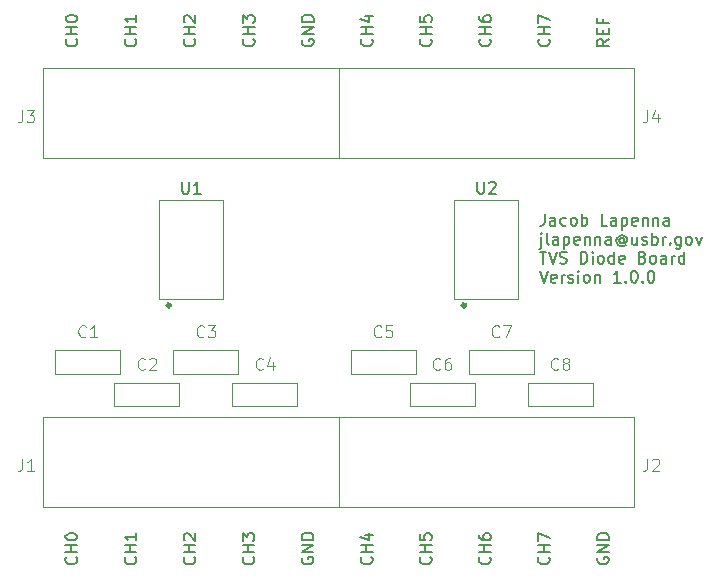
<source format=gbr>
%TF.GenerationSoftware,KiCad,Pcbnew,7.0.8*%
%TF.CreationDate,2024-03-15T18:14:36-06:00*%
%TF.ProjectId,DIO_TVS_Protection,44494f5f-5456-4535-9f50-726f74656374,rev?*%
%TF.SameCoordinates,Original*%
%TF.FileFunction,Legend,Top*%
%TF.FilePolarity,Positive*%
%FSLAX46Y46*%
G04 Gerber Fmt 4.6, Leading zero omitted, Abs format (unit mm)*
G04 Created by KiCad (PCBNEW 7.0.8) date 2024-03-15 18:14:36*
%MOMM*%
%LPD*%
G01*
G04 APERTURE LIST*
%ADD10C,0.150000*%
%ADD11C,0.100000*%
%ADD12C,0.120000*%
%ADD13C,0.300000*%
G04 APERTURE END LIST*
D10*
X162902493Y-90549819D02*
X162902493Y-91264104D01*
X162902493Y-91264104D02*
X162854874Y-91406961D01*
X162854874Y-91406961D02*
X162759636Y-91502200D01*
X162759636Y-91502200D02*
X162616779Y-91549819D01*
X162616779Y-91549819D02*
X162521541Y-91549819D01*
X163807255Y-91549819D02*
X163807255Y-91026009D01*
X163807255Y-91026009D02*
X163759636Y-90930771D01*
X163759636Y-90930771D02*
X163664398Y-90883152D01*
X163664398Y-90883152D02*
X163473922Y-90883152D01*
X163473922Y-90883152D02*
X163378684Y-90930771D01*
X163807255Y-91502200D02*
X163712017Y-91549819D01*
X163712017Y-91549819D02*
X163473922Y-91549819D01*
X163473922Y-91549819D02*
X163378684Y-91502200D01*
X163378684Y-91502200D02*
X163331065Y-91406961D01*
X163331065Y-91406961D02*
X163331065Y-91311723D01*
X163331065Y-91311723D02*
X163378684Y-91216485D01*
X163378684Y-91216485D02*
X163473922Y-91168866D01*
X163473922Y-91168866D02*
X163712017Y-91168866D01*
X163712017Y-91168866D02*
X163807255Y-91121247D01*
X164712017Y-91502200D02*
X164616779Y-91549819D01*
X164616779Y-91549819D02*
X164426303Y-91549819D01*
X164426303Y-91549819D02*
X164331065Y-91502200D01*
X164331065Y-91502200D02*
X164283446Y-91454580D01*
X164283446Y-91454580D02*
X164235827Y-91359342D01*
X164235827Y-91359342D02*
X164235827Y-91073628D01*
X164235827Y-91073628D02*
X164283446Y-90978390D01*
X164283446Y-90978390D02*
X164331065Y-90930771D01*
X164331065Y-90930771D02*
X164426303Y-90883152D01*
X164426303Y-90883152D02*
X164616779Y-90883152D01*
X164616779Y-90883152D02*
X164712017Y-90930771D01*
X165283446Y-91549819D02*
X165188208Y-91502200D01*
X165188208Y-91502200D02*
X165140589Y-91454580D01*
X165140589Y-91454580D02*
X165092970Y-91359342D01*
X165092970Y-91359342D02*
X165092970Y-91073628D01*
X165092970Y-91073628D02*
X165140589Y-90978390D01*
X165140589Y-90978390D02*
X165188208Y-90930771D01*
X165188208Y-90930771D02*
X165283446Y-90883152D01*
X165283446Y-90883152D02*
X165426303Y-90883152D01*
X165426303Y-90883152D02*
X165521541Y-90930771D01*
X165521541Y-90930771D02*
X165569160Y-90978390D01*
X165569160Y-90978390D02*
X165616779Y-91073628D01*
X165616779Y-91073628D02*
X165616779Y-91359342D01*
X165616779Y-91359342D02*
X165569160Y-91454580D01*
X165569160Y-91454580D02*
X165521541Y-91502200D01*
X165521541Y-91502200D02*
X165426303Y-91549819D01*
X165426303Y-91549819D02*
X165283446Y-91549819D01*
X166045351Y-91549819D02*
X166045351Y-90549819D01*
X166045351Y-90930771D02*
X166140589Y-90883152D01*
X166140589Y-90883152D02*
X166331065Y-90883152D01*
X166331065Y-90883152D02*
X166426303Y-90930771D01*
X166426303Y-90930771D02*
X166473922Y-90978390D01*
X166473922Y-90978390D02*
X166521541Y-91073628D01*
X166521541Y-91073628D02*
X166521541Y-91359342D01*
X166521541Y-91359342D02*
X166473922Y-91454580D01*
X166473922Y-91454580D02*
X166426303Y-91502200D01*
X166426303Y-91502200D02*
X166331065Y-91549819D01*
X166331065Y-91549819D02*
X166140589Y-91549819D01*
X166140589Y-91549819D02*
X166045351Y-91502200D01*
X168188208Y-91549819D02*
X167712018Y-91549819D01*
X167712018Y-91549819D02*
X167712018Y-90549819D01*
X168950113Y-91549819D02*
X168950113Y-91026009D01*
X168950113Y-91026009D02*
X168902494Y-90930771D01*
X168902494Y-90930771D02*
X168807256Y-90883152D01*
X168807256Y-90883152D02*
X168616780Y-90883152D01*
X168616780Y-90883152D02*
X168521542Y-90930771D01*
X168950113Y-91502200D02*
X168854875Y-91549819D01*
X168854875Y-91549819D02*
X168616780Y-91549819D01*
X168616780Y-91549819D02*
X168521542Y-91502200D01*
X168521542Y-91502200D02*
X168473923Y-91406961D01*
X168473923Y-91406961D02*
X168473923Y-91311723D01*
X168473923Y-91311723D02*
X168521542Y-91216485D01*
X168521542Y-91216485D02*
X168616780Y-91168866D01*
X168616780Y-91168866D02*
X168854875Y-91168866D01*
X168854875Y-91168866D02*
X168950113Y-91121247D01*
X169426304Y-90883152D02*
X169426304Y-91883152D01*
X169426304Y-90930771D02*
X169521542Y-90883152D01*
X169521542Y-90883152D02*
X169712018Y-90883152D01*
X169712018Y-90883152D02*
X169807256Y-90930771D01*
X169807256Y-90930771D02*
X169854875Y-90978390D01*
X169854875Y-90978390D02*
X169902494Y-91073628D01*
X169902494Y-91073628D02*
X169902494Y-91359342D01*
X169902494Y-91359342D02*
X169854875Y-91454580D01*
X169854875Y-91454580D02*
X169807256Y-91502200D01*
X169807256Y-91502200D02*
X169712018Y-91549819D01*
X169712018Y-91549819D02*
X169521542Y-91549819D01*
X169521542Y-91549819D02*
X169426304Y-91502200D01*
X170712018Y-91502200D02*
X170616780Y-91549819D01*
X170616780Y-91549819D02*
X170426304Y-91549819D01*
X170426304Y-91549819D02*
X170331066Y-91502200D01*
X170331066Y-91502200D02*
X170283447Y-91406961D01*
X170283447Y-91406961D02*
X170283447Y-91026009D01*
X170283447Y-91026009D02*
X170331066Y-90930771D01*
X170331066Y-90930771D02*
X170426304Y-90883152D01*
X170426304Y-90883152D02*
X170616780Y-90883152D01*
X170616780Y-90883152D02*
X170712018Y-90930771D01*
X170712018Y-90930771D02*
X170759637Y-91026009D01*
X170759637Y-91026009D02*
X170759637Y-91121247D01*
X170759637Y-91121247D02*
X170283447Y-91216485D01*
X171188209Y-90883152D02*
X171188209Y-91549819D01*
X171188209Y-90978390D02*
X171235828Y-90930771D01*
X171235828Y-90930771D02*
X171331066Y-90883152D01*
X171331066Y-90883152D02*
X171473923Y-90883152D01*
X171473923Y-90883152D02*
X171569161Y-90930771D01*
X171569161Y-90930771D02*
X171616780Y-91026009D01*
X171616780Y-91026009D02*
X171616780Y-91549819D01*
X172092971Y-90883152D02*
X172092971Y-91549819D01*
X172092971Y-90978390D02*
X172140590Y-90930771D01*
X172140590Y-90930771D02*
X172235828Y-90883152D01*
X172235828Y-90883152D02*
X172378685Y-90883152D01*
X172378685Y-90883152D02*
X172473923Y-90930771D01*
X172473923Y-90930771D02*
X172521542Y-91026009D01*
X172521542Y-91026009D02*
X172521542Y-91549819D01*
X173426304Y-91549819D02*
X173426304Y-91026009D01*
X173426304Y-91026009D02*
X173378685Y-90930771D01*
X173378685Y-90930771D02*
X173283447Y-90883152D01*
X173283447Y-90883152D02*
X173092971Y-90883152D01*
X173092971Y-90883152D02*
X172997733Y-90930771D01*
X173426304Y-91502200D02*
X173331066Y-91549819D01*
X173331066Y-91549819D02*
X173092971Y-91549819D01*
X173092971Y-91549819D02*
X172997733Y-91502200D01*
X172997733Y-91502200D02*
X172950114Y-91406961D01*
X172950114Y-91406961D02*
X172950114Y-91311723D01*
X172950114Y-91311723D02*
X172997733Y-91216485D01*
X172997733Y-91216485D02*
X173092971Y-91168866D01*
X173092971Y-91168866D02*
X173331066Y-91168866D01*
X173331066Y-91168866D02*
X173426304Y-91121247D01*
X162616779Y-92493152D02*
X162616779Y-93350295D01*
X162616779Y-93350295D02*
X162569160Y-93445533D01*
X162569160Y-93445533D02*
X162473922Y-93493152D01*
X162473922Y-93493152D02*
X162426303Y-93493152D01*
X162616779Y-92159819D02*
X162569160Y-92207438D01*
X162569160Y-92207438D02*
X162616779Y-92255057D01*
X162616779Y-92255057D02*
X162664398Y-92207438D01*
X162664398Y-92207438D02*
X162616779Y-92159819D01*
X162616779Y-92159819D02*
X162616779Y-92255057D01*
X163235826Y-93159819D02*
X163140588Y-93112200D01*
X163140588Y-93112200D02*
X163092969Y-93016961D01*
X163092969Y-93016961D02*
X163092969Y-92159819D01*
X164045350Y-93159819D02*
X164045350Y-92636009D01*
X164045350Y-92636009D02*
X163997731Y-92540771D01*
X163997731Y-92540771D02*
X163902493Y-92493152D01*
X163902493Y-92493152D02*
X163712017Y-92493152D01*
X163712017Y-92493152D02*
X163616779Y-92540771D01*
X164045350Y-93112200D02*
X163950112Y-93159819D01*
X163950112Y-93159819D02*
X163712017Y-93159819D01*
X163712017Y-93159819D02*
X163616779Y-93112200D01*
X163616779Y-93112200D02*
X163569160Y-93016961D01*
X163569160Y-93016961D02*
X163569160Y-92921723D01*
X163569160Y-92921723D02*
X163616779Y-92826485D01*
X163616779Y-92826485D02*
X163712017Y-92778866D01*
X163712017Y-92778866D02*
X163950112Y-92778866D01*
X163950112Y-92778866D02*
X164045350Y-92731247D01*
X164521541Y-92493152D02*
X164521541Y-93493152D01*
X164521541Y-92540771D02*
X164616779Y-92493152D01*
X164616779Y-92493152D02*
X164807255Y-92493152D01*
X164807255Y-92493152D02*
X164902493Y-92540771D01*
X164902493Y-92540771D02*
X164950112Y-92588390D01*
X164950112Y-92588390D02*
X164997731Y-92683628D01*
X164997731Y-92683628D02*
X164997731Y-92969342D01*
X164997731Y-92969342D02*
X164950112Y-93064580D01*
X164950112Y-93064580D02*
X164902493Y-93112200D01*
X164902493Y-93112200D02*
X164807255Y-93159819D01*
X164807255Y-93159819D02*
X164616779Y-93159819D01*
X164616779Y-93159819D02*
X164521541Y-93112200D01*
X165807255Y-93112200D02*
X165712017Y-93159819D01*
X165712017Y-93159819D02*
X165521541Y-93159819D01*
X165521541Y-93159819D02*
X165426303Y-93112200D01*
X165426303Y-93112200D02*
X165378684Y-93016961D01*
X165378684Y-93016961D02*
X165378684Y-92636009D01*
X165378684Y-92636009D02*
X165426303Y-92540771D01*
X165426303Y-92540771D02*
X165521541Y-92493152D01*
X165521541Y-92493152D02*
X165712017Y-92493152D01*
X165712017Y-92493152D02*
X165807255Y-92540771D01*
X165807255Y-92540771D02*
X165854874Y-92636009D01*
X165854874Y-92636009D02*
X165854874Y-92731247D01*
X165854874Y-92731247D02*
X165378684Y-92826485D01*
X166283446Y-92493152D02*
X166283446Y-93159819D01*
X166283446Y-92588390D02*
X166331065Y-92540771D01*
X166331065Y-92540771D02*
X166426303Y-92493152D01*
X166426303Y-92493152D02*
X166569160Y-92493152D01*
X166569160Y-92493152D02*
X166664398Y-92540771D01*
X166664398Y-92540771D02*
X166712017Y-92636009D01*
X166712017Y-92636009D02*
X166712017Y-93159819D01*
X167188208Y-92493152D02*
X167188208Y-93159819D01*
X167188208Y-92588390D02*
X167235827Y-92540771D01*
X167235827Y-92540771D02*
X167331065Y-92493152D01*
X167331065Y-92493152D02*
X167473922Y-92493152D01*
X167473922Y-92493152D02*
X167569160Y-92540771D01*
X167569160Y-92540771D02*
X167616779Y-92636009D01*
X167616779Y-92636009D02*
X167616779Y-93159819D01*
X168521541Y-93159819D02*
X168521541Y-92636009D01*
X168521541Y-92636009D02*
X168473922Y-92540771D01*
X168473922Y-92540771D02*
X168378684Y-92493152D01*
X168378684Y-92493152D02*
X168188208Y-92493152D01*
X168188208Y-92493152D02*
X168092970Y-92540771D01*
X168521541Y-93112200D02*
X168426303Y-93159819D01*
X168426303Y-93159819D02*
X168188208Y-93159819D01*
X168188208Y-93159819D02*
X168092970Y-93112200D01*
X168092970Y-93112200D02*
X168045351Y-93016961D01*
X168045351Y-93016961D02*
X168045351Y-92921723D01*
X168045351Y-92921723D02*
X168092970Y-92826485D01*
X168092970Y-92826485D02*
X168188208Y-92778866D01*
X168188208Y-92778866D02*
X168426303Y-92778866D01*
X168426303Y-92778866D02*
X168521541Y-92731247D01*
X169616779Y-92683628D02*
X169569160Y-92636009D01*
X169569160Y-92636009D02*
X169473922Y-92588390D01*
X169473922Y-92588390D02*
X169378684Y-92588390D01*
X169378684Y-92588390D02*
X169283446Y-92636009D01*
X169283446Y-92636009D02*
X169235827Y-92683628D01*
X169235827Y-92683628D02*
X169188208Y-92778866D01*
X169188208Y-92778866D02*
X169188208Y-92874104D01*
X169188208Y-92874104D02*
X169235827Y-92969342D01*
X169235827Y-92969342D02*
X169283446Y-93016961D01*
X169283446Y-93016961D02*
X169378684Y-93064580D01*
X169378684Y-93064580D02*
X169473922Y-93064580D01*
X169473922Y-93064580D02*
X169569160Y-93016961D01*
X169569160Y-93016961D02*
X169616779Y-92969342D01*
X169616779Y-92588390D02*
X169616779Y-92969342D01*
X169616779Y-92969342D02*
X169664398Y-93016961D01*
X169664398Y-93016961D02*
X169712017Y-93016961D01*
X169712017Y-93016961D02*
X169807256Y-92969342D01*
X169807256Y-92969342D02*
X169854875Y-92874104D01*
X169854875Y-92874104D02*
X169854875Y-92636009D01*
X169854875Y-92636009D02*
X169759637Y-92493152D01*
X169759637Y-92493152D02*
X169616779Y-92397914D01*
X169616779Y-92397914D02*
X169426303Y-92350295D01*
X169426303Y-92350295D02*
X169235827Y-92397914D01*
X169235827Y-92397914D02*
X169092970Y-92493152D01*
X169092970Y-92493152D02*
X168997732Y-92636009D01*
X168997732Y-92636009D02*
X168950113Y-92826485D01*
X168950113Y-92826485D02*
X168997732Y-93016961D01*
X168997732Y-93016961D02*
X169092970Y-93159819D01*
X169092970Y-93159819D02*
X169235827Y-93255057D01*
X169235827Y-93255057D02*
X169426303Y-93302676D01*
X169426303Y-93302676D02*
X169616779Y-93255057D01*
X169616779Y-93255057D02*
X169759637Y-93159819D01*
X170712017Y-92493152D02*
X170712017Y-93159819D01*
X170283446Y-92493152D02*
X170283446Y-93016961D01*
X170283446Y-93016961D02*
X170331065Y-93112200D01*
X170331065Y-93112200D02*
X170426303Y-93159819D01*
X170426303Y-93159819D02*
X170569160Y-93159819D01*
X170569160Y-93159819D02*
X170664398Y-93112200D01*
X170664398Y-93112200D02*
X170712017Y-93064580D01*
X171140589Y-93112200D02*
X171235827Y-93159819D01*
X171235827Y-93159819D02*
X171426303Y-93159819D01*
X171426303Y-93159819D02*
X171521541Y-93112200D01*
X171521541Y-93112200D02*
X171569160Y-93016961D01*
X171569160Y-93016961D02*
X171569160Y-92969342D01*
X171569160Y-92969342D02*
X171521541Y-92874104D01*
X171521541Y-92874104D02*
X171426303Y-92826485D01*
X171426303Y-92826485D02*
X171283446Y-92826485D01*
X171283446Y-92826485D02*
X171188208Y-92778866D01*
X171188208Y-92778866D02*
X171140589Y-92683628D01*
X171140589Y-92683628D02*
X171140589Y-92636009D01*
X171140589Y-92636009D02*
X171188208Y-92540771D01*
X171188208Y-92540771D02*
X171283446Y-92493152D01*
X171283446Y-92493152D02*
X171426303Y-92493152D01*
X171426303Y-92493152D02*
X171521541Y-92540771D01*
X171997732Y-93159819D02*
X171997732Y-92159819D01*
X171997732Y-92540771D02*
X172092970Y-92493152D01*
X172092970Y-92493152D02*
X172283446Y-92493152D01*
X172283446Y-92493152D02*
X172378684Y-92540771D01*
X172378684Y-92540771D02*
X172426303Y-92588390D01*
X172426303Y-92588390D02*
X172473922Y-92683628D01*
X172473922Y-92683628D02*
X172473922Y-92969342D01*
X172473922Y-92969342D02*
X172426303Y-93064580D01*
X172426303Y-93064580D02*
X172378684Y-93112200D01*
X172378684Y-93112200D02*
X172283446Y-93159819D01*
X172283446Y-93159819D02*
X172092970Y-93159819D01*
X172092970Y-93159819D02*
X171997732Y-93112200D01*
X172902494Y-93159819D02*
X172902494Y-92493152D01*
X172902494Y-92683628D02*
X172950113Y-92588390D01*
X172950113Y-92588390D02*
X172997732Y-92540771D01*
X172997732Y-92540771D02*
X173092970Y-92493152D01*
X173092970Y-92493152D02*
X173188208Y-92493152D01*
X173521542Y-93064580D02*
X173569161Y-93112200D01*
X173569161Y-93112200D02*
X173521542Y-93159819D01*
X173521542Y-93159819D02*
X173473923Y-93112200D01*
X173473923Y-93112200D02*
X173521542Y-93064580D01*
X173521542Y-93064580D02*
X173521542Y-93159819D01*
X174426303Y-92493152D02*
X174426303Y-93302676D01*
X174426303Y-93302676D02*
X174378684Y-93397914D01*
X174378684Y-93397914D02*
X174331065Y-93445533D01*
X174331065Y-93445533D02*
X174235827Y-93493152D01*
X174235827Y-93493152D02*
X174092970Y-93493152D01*
X174092970Y-93493152D02*
X173997732Y-93445533D01*
X174426303Y-93112200D02*
X174331065Y-93159819D01*
X174331065Y-93159819D02*
X174140589Y-93159819D01*
X174140589Y-93159819D02*
X174045351Y-93112200D01*
X174045351Y-93112200D02*
X173997732Y-93064580D01*
X173997732Y-93064580D02*
X173950113Y-92969342D01*
X173950113Y-92969342D02*
X173950113Y-92683628D01*
X173950113Y-92683628D02*
X173997732Y-92588390D01*
X173997732Y-92588390D02*
X174045351Y-92540771D01*
X174045351Y-92540771D02*
X174140589Y-92493152D01*
X174140589Y-92493152D02*
X174331065Y-92493152D01*
X174331065Y-92493152D02*
X174426303Y-92540771D01*
X175045351Y-93159819D02*
X174950113Y-93112200D01*
X174950113Y-93112200D02*
X174902494Y-93064580D01*
X174902494Y-93064580D02*
X174854875Y-92969342D01*
X174854875Y-92969342D02*
X174854875Y-92683628D01*
X174854875Y-92683628D02*
X174902494Y-92588390D01*
X174902494Y-92588390D02*
X174950113Y-92540771D01*
X174950113Y-92540771D02*
X175045351Y-92493152D01*
X175045351Y-92493152D02*
X175188208Y-92493152D01*
X175188208Y-92493152D02*
X175283446Y-92540771D01*
X175283446Y-92540771D02*
X175331065Y-92588390D01*
X175331065Y-92588390D02*
X175378684Y-92683628D01*
X175378684Y-92683628D02*
X175378684Y-92969342D01*
X175378684Y-92969342D02*
X175331065Y-93064580D01*
X175331065Y-93064580D02*
X175283446Y-93112200D01*
X175283446Y-93112200D02*
X175188208Y-93159819D01*
X175188208Y-93159819D02*
X175045351Y-93159819D01*
X175712018Y-92493152D02*
X175950113Y-93159819D01*
X175950113Y-93159819D02*
X176188208Y-92493152D01*
X162473922Y-93769819D02*
X163045350Y-93769819D01*
X162759636Y-94769819D02*
X162759636Y-93769819D01*
X163235827Y-93769819D02*
X163569160Y-94769819D01*
X163569160Y-94769819D02*
X163902493Y-93769819D01*
X164188208Y-94722200D02*
X164331065Y-94769819D01*
X164331065Y-94769819D02*
X164569160Y-94769819D01*
X164569160Y-94769819D02*
X164664398Y-94722200D01*
X164664398Y-94722200D02*
X164712017Y-94674580D01*
X164712017Y-94674580D02*
X164759636Y-94579342D01*
X164759636Y-94579342D02*
X164759636Y-94484104D01*
X164759636Y-94484104D02*
X164712017Y-94388866D01*
X164712017Y-94388866D02*
X164664398Y-94341247D01*
X164664398Y-94341247D02*
X164569160Y-94293628D01*
X164569160Y-94293628D02*
X164378684Y-94246009D01*
X164378684Y-94246009D02*
X164283446Y-94198390D01*
X164283446Y-94198390D02*
X164235827Y-94150771D01*
X164235827Y-94150771D02*
X164188208Y-94055533D01*
X164188208Y-94055533D02*
X164188208Y-93960295D01*
X164188208Y-93960295D02*
X164235827Y-93865057D01*
X164235827Y-93865057D02*
X164283446Y-93817438D01*
X164283446Y-93817438D02*
X164378684Y-93769819D01*
X164378684Y-93769819D02*
X164616779Y-93769819D01*
X164616779Y-93769819D02*
X164759636Y-93817438D01*
X165950113Y-94769819D02*
X165950113Y-93769819D01*
X165950113Y-93769819D02*
X166188208Y-93769819D01*
X166188208Y-93769819D02*
X166331065Y-93817438D01*
X166331065Y-93817438D02*
X166426303Y-93912676D01*
X166426303Y-93912676D02*
X166473922Y-94007914D01*
X166473922Y-94007914D02*
X166521541Y-94198390D01*
X166521541Y-94198390D02*
X166521541Y-94341247D01*
X166521541Y-94341247D02*
X166473922Y-94531723D01*
X166473922Y-94531723D02*
X166426303Y-94626961D01*
X166426303Y-94626961D02*
X166331065Y-94722200D01*
X166331065Y-94722200D02*
X166188208Y-94769819D01*
X166188208Y-94769819D02*
X165950113Y-94769819D01*
X166950113Y-94769819D02*
X166950113Y-94103152D01*
X166950113Y-93769819D02*
X166902494Y-93817438D01*
X166902494Y-93817438D02*
X166950113Y-93865057D01*
X166950113Y-93865057D02*
X166997732Y-93817438D01*
X166997732Y-93817438D02*
X166950113Y-93769819D01*
X166950113Y-93769819D02*
X166950113Y-93865057D01*
X167569160Y-94769819D02*
X167473922Y-94722200D01*
X167473922Y-94722200D02*
X167426303Y-94674580D01*
X167426303Y-94674580D02*
X167378684Y-94579342D01*
X167378684Y-94579342D02*
X167378684Y-94293628D01*
X167378684Y-94293628D02*
X167426303Y-94198390D01*
X167426303Y-94198390D02*
X167473922Y-94150771D01*
X167473922Y-94150771D02*
X167569160Y-94103152D01*
X167569160Y-94103152D02*
X167712017Y-94103152D01*
X167712017Y-94103152D02*
X167807255Y-94150771D01*
X167807255Y-94150771D02*
X167854874Y-94198390D01*
X167854874Y-94198390D02*
X167902493Y-94293628D01*
X167902493Y-94293628D02*
X167902493Y-94579342D01*
X167902493Y-94579342D02*
X167854874Y-94674580D01*
X167854874Y-94674580D02*
X167807255Y-94722200D01*
X167807255Y-94722200D02*
X167712017Y-94769819D01*
X167712017Y-94769819D02*
X167569160Y-94769819D01*
X168759636Y-94769819D02*
X168759636Y-93769819D01*
X168759636Y-94722200D02*
X168664398Y-94769819D01*
X168664398Y-94769819D02*
X168473922Y-94769819D01*
X168473922Y-94769819D02*
X168378684Y-94722200D01*
X168378684Y-94722200D02*
X168331065Y-94674580D01*
X168331065Y-94674580D02*
X168283446Y-94579342D01*
X168283446Y-94579342D02*
X168283446Y-94293628D01*
X168283446Y-94293628D02*
X168331065Y-94198390D01*
X168331065Y-94198390D02*
X168378684Y-94150771D01*
X168378684Y-94150771D02*
X168473922Y-94103152D01*
X168473922Y-94103152D02*
X168664398Y-94103152D01*
X168664398Y-94103152D02*
X168759636Y-94150771D01*
X169616779Y-94722200D02*
X169521541Y-94769819D01*
X169521541Y-94769819D02*
X169331065Y-94769819D01*
X169331065Y-94769819D02*
X169235827Y-94722200D01*
X169235827Y-94722200D02*
X169188208Y-94626961D01*
X169188208Y-94626961D02*
X169188208Y-94246009D01*
X169188208Y-94246009D02*
X169235827Y-94150771D01*
X169235827Y-94150771D02*
X169331065Y-94103152D01*
X169331065Y-94103152D02*
X169521541Y-94103152D01*
X169521541Y-94103152D02*
X169616779Y-94150771D01*
X169616779Y-94150771D02*
X169664398Y-94246009D01*
X169664398Y-94246009D02*
X169664398Y-94341247D01*
X169664398Y-94341247D02*
X169188208Y-94436485D01*
X171188208Y-94246009D02*
X171331065Y-94293628D01*
X171331065Y-94293628D02*
X171378684Y-94341247D01*
X171378684Y-94341247D02*
X171426303Y-94436485D01*
X171426303Y-94436485D02*
X171426303Y-94579342D01*
X171426303Y-94579342D02*
X171378684Y-94674580D01*
X171378684Y-94674580D02*
X171331065Y-94722200D01*
X171331065Y-94722200D02*
X171235827Y-94769819D01*
X171235827Y-94769819D02*
X170854875Y-94769819D01*
X170854875Y-94769819D02*
X170854875Y-93769819D01*
X170854875Y-93769819D02*
X171188208Y-93769819D01*
X171188208Y-93769819D02*
X171283446Y-93817438D01*
X171283446Y-93817438D02*
X171331065Y-93865057D01*
X171331065Y-93865057D02*
X171378684Y-93960295D01*
X171378684Y-93960295D02*
X171378684Y-94055533D01*
X171378684Y-94055533D02*
X171331065Y-94150771D01*
X171331065Y-94150771D02*
X171283446Y-94198390D01*
X171283446Y-94198390D02*
X171188208Y-94246009D01*
X171188208Y-94246009D02*
X170854875Y-94246009D01*
X171997732Y-94769819D02*
X171902494Y-94722200D01*
X171902494Y-94722200D02*
X171854875Y-94674580D01*
X171854875Y-94674580D02*
X171807256Y-94579342D01*
X171807256Y-94579342D02*
X171807256Y-94293628D01*
X171807256Y-94293628D02*
X171854875Y-94198390D01*
X171854875Y-94198390D02*
X171902494Y-94150771D01*
X171902494Y-94150771D02*
X171997732Y-94103152D01*
X171997732Y-94103152D02*
X172140589Y-94103152D01*
X172140589Y-94103152D02*
X172235827Y-94150771D01*
X172235827Y-94150771D02*
X172283446Y-94198390D01*
X172283446Y-94198390D02*
X172331065Y-94293628D01*
X172331065Y-94293628D02*
X172331065Y-94579342D01*
X172331065Y-94579342D02*
X172283446Y-94674580D01*
X172283446Y-94674580D02*
X172235827Y-94722200D01*
X172235827Y-94722200D02*
X172140589Y-94769819D01*
X172140589Y-94769819D02*
X171997732Y-94769819D01*
X173188208Y-94769819D02*
X173188208Y-94246009D01*
X173188208Y-94246009D02*
X173140589Y-94150771D01*
X173140589Y-94150771D02*
X173045351Y-94103152D01*
X173045351Y-94103152D02*
X172854875Y-94103152D01*
X172854875Y-94103152D02*
X172759637Y-94150771D01*
X173188208Y-94722200D02*
X173092970Y-94769819D01*
X173092970Y-94769819D02*
X172854875Y-94769819D01*
X172854875Y-94769819D02*
X172759637Y-94722200D01*
X172759637Y-94722200D02*
X172712018Y-94626961D01*
X172712018Y-94626961D02*
X172712018Y-94531723D01*
X172712018Y-94531723D02*
X172759637Y-94436485D01*
X172759637Y-94436485D02*
X172854875Y-94388866D01*
X172854875Y-94388866D02*
X173092970Y-94388866D01*
X173092970Y-94388866D02*
X173188208Y-94341247D01*
X173664399Y-94769819D02*
X173664399Y-94103152D01*
X173664399Y-94293628D02*
X173712018Y-94198390D01*
X173712018Y-94198390D02*
X173759637Y-94150771D01*
X173759637Y-94150771D02*
X173854875Y-94103152D01*
X173854875Y-94103152D02*
X173950113Y-94103152D01*
X174712018Y-94769819D02*
X174712018Y-93769819D01*
X174712018Y-94722200D02*
X174616780Y-94769819D01*
X174616780Y-94769819D02*
X174426304Y-94769819D01*
X174426304Y-94769819D02*
X174331066Y-94722200D01*
X174331066Y-94722200D02*
X174283447Y-94674580D01*
X174283447Y-94674580D02*
X174235828Y-94579342D01*
X174235828Y-94579342D02*
X174235828Y-94293628D01*
X174235828Y-94293628D02*
X174283447Y-94198390D01*
X174283447Y-94198390D02*
X174331066Y-94150771D01*
X174331066Y-94150771D02*
X174426304Y-94103152D01*
X174426304Y-94103152D02*
X174616780Y-94103152D01*
X174616780Y-94103152D02*
X174712018Y-94150771D01*
X162473922Y-95379819D02*
X162807255Y-96379819D01*
X162807255Y-96379819D02*
X163140588Y-95379819D01*
X163854874Y-96332200D02*
X163759636Y-96379819D01*
X163759636Y-96379819D02*
X163569160Y-96379819D01*
X163569160Y-96379819D02*
X163473922Y-96332200D01*
X163473922Y-96332200D02*
X163426303Y-96236961D01*
X163426303Y-96236961D02*
X163426303Y-95856009D01*
X163426303Y-95856009D02*
X163473922Y-95760771D01*
X163473922Y-95760771D02*
X163569160Y-95713152D01*
X163569160Y-95713152D02*
X163759636Y-95713152D01*
X163759636Y-95713152D02*
X163854874Y-95760771D01*
X163854874Y-95760771D02*
X163902493Y-95856009D01*
X163902493Y-95856009D02*
X163902493Y-95951247D01*
X163902493Y-95951247D02*
X163426303Y-96046485D01*
X164331065Y-96379819D02*
X164331065Y-95713152D01*
X164331065Y-95903628D02*
X164378684Y-95808390D01*
X164378684Y-95808390D02*
X164426303Y-95760771D01*
X164426303Y-95760771D02*
X164521541Y-95713152D01*
X164521541Y-95713152D02*
X164616779Y-95713152D01*
X164902494Y-96332200D02*
X164997732Y-96379819D01*
X164997732Y-96379819D02*
X165188208Y-96379819D01*
X165188208Y-96379819D02*
X165283446Y-96332200D01*
X165283446Y-96332200D02*
X165331065Y-96236961D01*
X165331065Y-96236961D02*
X165331065Y-96189342D01*
X165331065Y-96189342D02*
X165283446Y-96094104D01*
X165283446Y-96094104D02*
X165188208Y-96046485D01*
X165188208Y-96046485D02*
X165045351Y-96046485D01*
X165045351Y-96046485D02*
X164950113Y-95998866D01*
X164950113Y-95998866D02*
X164902494Y-95903628D01*
X164902494Y-95903628D02*
X164902494Y-95856009D01*
X164902494Y-95856009D02*
X164950113Y-95760771D01*
X164950113Y-95760771D02*
X165045351Y-95713152D01*
X165045351Y-95713152D02*
X165188208Y-95713152D01*
X165188208Y-95713152D02*
X165283446Y-95760771D01*
X165759637Y-96379819D02*
X165759637Y-95713152D01*
X165759637Y-95379819D02*
X165712018Y-95427438D01*
X165712018Y-95427438D02*
X165759637Y-95475057D01*
X165759637Y-95475057D02*
X165807256Y-95427438D01*
X165807256Y-95427438D02*
X165759637Y-95379819D01*
X165759637Y-95379819D02*
X165759637Y-95475057D01*
X166378684Y-96379819D02*
X166283446Y-96332200D01*
X166283446Y-96332200D02*
X166235827Y-96284580D01*
X166235827Y-96284580D02*
X166188208Y-96189342D01*
X166188208Y-96189342D02*
X166188208Y-95903628D01*
X166188208Y-95903628D02*
X166235827Y-95808390D01*
X166235827Y-95808390D02*
X166283446Y-95760771D01*
X166283446Y-95760771D02*
X166378684Y-95713152D01*
X166378684Y-95713152D02*
X166521541Y-95713152D01*
X166521541Y-95713152D02*
X166616779Y-95760771D01*
X166616779Y-95760771D02*
X166664398Y-95808390D01*
X166664398Y-95808390D02*
X166712017Y-95903628D01*
X166712017Y-95903628D02*
X166712017Y-96189342D01*
X166712017Y-96189342D02*
X166664398Y-96284580D01*
X166664398Y-96284580D02*
X166616779Y-96332200D01*
X166616779Y-96332200D02*
X166521541Y-96379819D01*
X166521541Y-96379819D02*
X166378684Y-96379819D01*
X167140589Y-95713152D02*
X167140589Y-96379819D01*
X167140589Y-95808390D02*
X167188208Y-95760771D01*
X167188208Y-95760771D02*
X167283446Y-95713152D01*
X167283446Y-95713152D02*
X167426303Y-95713152D01*
X167426303Y-95713152D02*
X167521541Y-95760771D01*
X167521541Y-95760771D02*
X167569160Y-95856009D01*
X167569160Y-95856009D02*
X167569160Y-96379819D01*
X169331065Y-96379819D02*
X168759637Y-96379819D01*
X169045351Y-96379819D02*
X169045351Y-95379819D01*
X169045351Y-95379819D02*
X168950113Y-95522676D01*
X168950113Y-95522676D02*
X168854875Y-95617914D01*
X168854875Y-95617914D02*
X168759637Y-95665533D01*
X169759637Y-96284580D02*
X169807256Y-96332200D01*
X169807256Y-96332200D02*
X169759637Y-96379819D01*
X169759637Y-96379819D02*
X169712018Y-96332200D01*
X169712018Y-96332200D02*
X169759637Y-96284580D01*
X169759637Y-96284580D02*
X169759637Y-96379819D01*
X170426303Y-95379819D02*
X170521541Y-95379819D01*
X170521541Y-95379819D02*
X170616779Y-95427438D01*
X170616779Y-95427438D02*
X170664398Y-95475057D01*
X170664398Y-95475057D02*
X170712017Y-95570295D01*
X170712017Y-95570295D02*
X170759636Y-95760771D01*
X170759636Y-95760771D02*
X170759636Y-95998866D01*
X170759636Y-95998866D02*
X170712017Y-96189342D01*
X170712017Y-96189342D02*
X170664398Y-96284580D01*
X170664398Y-96284580D02*
X170616779Y-96332200D01*
X170616779Y-96332200D02*
X170521541Y-96379819D01*
X170521541Y-96379819D02*
X170426303Y-96379819D01*
X170426303Y-96379819D02*
X170331065Y-96332200D01*
X170331065Y-96332200D02*
X170283446Y-96284580D01*
X170283446Y-96284580D02*
X170235827Y-96189342D01*
X170235827Y-96189342D02*
X170188208Y-95998866D01*
X170188208Y-95998866D02*
X170188208Y-95760771D01*
X170188208Y-95760771D02*
X170235827Y-95570295D01*
X170235827Y-95570295D02*
X170283446Y-95475057D01*
X170283446Y-95475057D02*
X170331065Y-95427438D01*
X170331065Y-95427438D02*
X170426303Y-95379819D01*
X171188208Y-96284580D02*
X171235827Y-96332200D01*
X171235827Y-96332200D02*
X171188208Y-96379819D01*
X171188208Y-96379819D02*
X171140589Y-96332200D01*
X171140589Y-96332200D02*
X171188208Y-96284580D01*
X171188208Y-96284580D02*
X171188208Y-96379819D01*
X171854874Y-95379819D02*
X171950112Y-95379819D01*
X171950112Y-95379819D02*
X172045350Y-95427438D01*
X172045350Y-95427438D02*
X172092969Y-95475057D01*
X172092969Y-95475057D02*
X172140588Y-95570295D01*
X172140588Y-95570295D02*
X172188207Y-95760771D01*
X172188207Y-95760771D02*
X172188207Y-95998866D01*
X172188207Y-95998866D02*
X172140588Y-96189342D01*
X172140588Y-96189342D02*
X172092969Y-96284580D01*
X172092969Y-96284580D02*
X172045350Y-96332200D01*
X172045350Y-96332200D02*
X171950112Y-96379819D01*
X171950112Y-96379819D02*
X171854874Y-96379819D01*
X171854874Y-96379819D02*
X171759636Y-96332200D01*
X171759636Y-96332200D02*
X171712017Y-96284580D01*
X171712017Y-96284580D02*
X171664398Y-96189342D01*
X171664398Y-96189342D02*
X171616779Y-95998866D01*
X171616779Y-95998866D02*
X171616779Y-95760771D01*
X171616779Y-95760771D02*
X171664398Y-95570295D01*
X171664398Y-95570295D02*
X171712017Y-95475057D01*
X171712017Y-95475057D02*
X171759636Y-95427438D01*
X171759636Y-95427438D02*
X171854874Y-95379819D01*
X167373438Y-119659411D02*
X167325819Y-119754649D01*
X167325819Y-119754649D02*
X167325819Y-119897506D01*
X167325819Y-119897506D02*
X167373438Y-120040363D01*
X167373438Y-120040363D02*
X167468676Y-120135601D01*
X167468676Y-120135601D02*
X167563914Y-120183220D01*
X167563914Y-120183220D02*
X167754390Y-120230839D01*
X167754390Y-120230839D02*
X167897247Y-120230839D01*
X167897247Y-120230839D02*
X168087723Y-120183220D01*
X168087723Y-120183220D02*
X168182961Y-120135601D01*
X168182961Y-120135601D02*
X168278200Y-120040363D01*
X168278200Y-120040363D02*
X168325819Y-119897506D01*
X168325819Y-119897506D02*
X168325819Y-119802268D01*
X168325819Y-119802268D02*
X168278200Y-119659411D01*
X168278200Y-119659411D02*
X168230580Y-119611792D01*
X168230580Y-119611792D02*
X167897247Y-119611792D01*
X167897247Y-119611792D02*
X167897247Y-119802268D01*
X168325819Y-119183220D02*
X167325819Y-119183220D01*
X167325819Y-119183220D02*
X168325819Y-118611792D01*
X168325819Y-118611792D02*
X167325819Y-118611792D01*
X168325819Y-118135601D02*
X167325819Y-118135601D01*
X167325819Y-118135601D02*
X167325819Y-117897506D01*
X167325819Y-117897506D02*
X167373438Y-117754649D01*
X167373438Y-117754649D02*
X167468676Y-117659411D01*
X167468676Y-117659411D02*
X167563914Y-117611792D01*
X167563914Y-117611792D02*
X167754390Y-117564173D01*
X167754390Y-117564173D02*
X167897247Y-117564173D01*
X167897247Y-117564173D02*
X168087723Y-117611792D01*
X168087723Y-117611792D02*
X168182961Y-117659411D01*
X168182961Y-117659411D02*
X168278200Y-117754649D01*
X168278200Y-117754649D02*
X168325819Y-117897506D01*
X168325819Y-117897506D02*
X168325819Y-118135601D01*
X163230580Y-119611792D02*
X163278200Y-119659411D01*
X163278200Y-119659411D02*
X163325819Y-119802268D01*
X163325819Y-119802268D02*
X163325819Y-119897506D01*
X163325819Y-119897506D02*
X163278200Y-120040363D01*
X163278200Y-120040363D02*
X163182961Y-120135601D01*
X163182961Y-120135601D02*
X163087723Y-120183220D01*
X163087723Y-120183220D02*
X162897247Y-120230839D01*
X162897247Y-120230839D02*
X162754390Y-120230839D01*
X162754390Y-120230839D02*
X162563914Y-120183220D01*
X162563914Y-120183220D02*
X162468676Y-120135601D01*
X162468676Y-120135601D02*
X162373438Y-120040363D01*
X162373438Y-120040363D02*
X162325819Y-119897506D01*
X162325819Y-119897506D02*
X162325819Y-119802268D01*
X162325819Y-119802268D02*
X162373438Y-119659411D01*
X162373438Y-119659411D02*
X162421057Y-119611792D01*
X163325819Y-119183220D02*
X162325819Y-119183220D01*
X162802009Y-119183220D02*
X162802009Y-118611792D01*
X163325819Y-118611792D02*
X162325819Y-118611792D01*
X162325819Y-118230839D02*
X162325819Y-117564173D01*
X162325819Y-117564173D02*
X163325819Y-117992744D01*
X158230580Y-119611792D02*
X158278200Y-119659411D01*
X158278200Y-119659411D02*
X158325819Y-119802268D01*
X158325819Y-119802268D02*
X158325819Y-119897506D01*
X158325819Y-119897506D02*
X158278200Y-120040363D01*
X158278200Y-120040363D02*
X158182961Y-120135601D01*
X158182961Y-120135601D02*
X158087723Y-120183220D01*
X158087723Y-120183220D02*
X157897247Y-120230839D01*
X157897247Y-120230839D02*
X157754390Y-120230839D01*
X157754390Y-120230839D02*
X157563914Y-120183220D01*
X157563914Y-120183220D02*
X157468676Y-120135601D01*
X157468676Y-120135601D02*
X157373438Y-120040363D01*
X157373438Y-120040363D02*
X157325819Y-119897506D01*
X157325819Y-119897506D02*
X157325819Y-119802268D01*
X157325819Y-119802268D02*
X157373438Y-119659411D01*
X157373438Y-119659411D02*
X157421057Y-119611792D01*
X158325819Y-119183220D02*
X157325819Y-119183220D01*
X157802009Y-119183220D02*
X157802009Y-118611792D01*
X158325819Y-118611792D02*
X157325819Y-118611792D01*
X157325819Y-117707030D02*
X157325819Y-117897506D01*
X157325819Y-117897506D02*
X157373438Y-117992744D01*
X157373438Y-117992744D02*
X157421057Y-118040363D01*
X157421057Y-118040363D02*
X157563914Y-118135601D01*
X157563914Y-118135601D02*
X157754390Y-118183220D01*
X157754390Y-118183220D02*
X158135342Y-118183220D01*
X158135342Y-118183220D02*
X158230580Y-118135601D01*
X158230580Y-118135601D02*
X158278200Y-118087982D01*
X158278200Y-118087982D02*
X158325819Y-117992744D01*
X158325819Y-117992744D02*
X158325819Y-117802268D01*
X158325819Y-117802268D02*
X158278200Y-117707030D01*
X158278200Y-117707030D02*
X158230580Y-117659411D01*
X158230580Y-117659411D02*
X158135342Y-117611792D01*
X158135342Y-117611792D02*
X157897247Y-117611792D01*
X157897247Y-117611792D02*
X157802009Y-117659411D01*
X157802009Y-117659411D02*
X157754390Y-117707030D01*
X157754390Y-117707030D02*
X157706771Y-117802268D01*
X157706771Y-117802268D02*
X157706771Y-117992744D01*
X157706771Y-117992744D02*
X157754390Y-118087982D01*
X157754390Y-118087982D02*
X157802009Y-118135601D01*
X157802009Y-118135601D02*
X157897247Y-118183220D01*
X153230580Y-119611792D02*
X153278200Y-119659411D01*
X153278200Y-119659411D02*
X153325819Y-119802268D01*
X153325819Y-119802268D02*
X153325819Y-119897506D01*
X153325819Y-119897506D02*
X153278200Y-120040363D01*
X153278200Y-120040363D02*
X153182961Y-120135601D01*
X153182961Y-120135601D02*
X153087723Y-120183220D01*
X153087723Y-120183220D02*
X152897247Y-120230839D01*
X152897247Y-120230839D02*
X152754390Y-120230839D01*
X152754390Y-120230839D02*
X152563914Y-120183220D01*
X152563914Y-120183220D02*
X152468676Y-120135601D01*
X152468676Y-120135601D02*
X152373438Y-120040363D01*
X152373438Y-120040363D02*
X152325819Y-119897506D01*
X152325819Y-119897506D02*
X152325819Y-119802268D01*
X152325819Y-119802268D02*
X152373438Y-119659411D01*
X152373438Y-119659411D02*
X152421057Y-119611792D01*
X153325819Y-119183220D02*
X152325819Y-119183220D01*
X152802009Y-119183220D02*
X152802009Y-118611792D01*
X153325819Y-118611792D02*
X152325819Y-118611792D01*
X152325819Y-117659411D02*
X152325819Y-118135601D01*
X152325819Y-118135601D02*
X152802009Y-118183220D01*
X152802009Y-118183220D02*
X152754390Y-118135601D01*
X152754390Y-118135601D02*
X152706771Y-118040363D01*
X152706771Y-118040363D02*
X152706771Y-117802268D01*
X152706771Y-117802268D02*
X152754390Y-117707030D01*
X152754390Y-117707030D02*
X152802009Y-117659411D01*
X152802009Y-117659411D02*
X152897247Y-117611792D01*
X152897247Y-117611792D02*
X153135342Y-117611792D01*
X153135342Y-117611792D02*
X153230580Y-117659411D01*
X153230580Y-117659411D02*
X153278200Y-117707030D01*
X153278200Y-117707030D02*
X153325819Y-117802268D01*
X153325819Y-117802268D02*
X153325819Y-118040363D01*
X153325819Y-118040363D02*
X153278200Y-118135601D01*
X153278200Y-118135601D02*
X153230580Y-118183220D01*
X148230580Y-119611792D02*
X148278200Y-119659411D01*
X148278200Y-119659411D02*
X148325819Y-119802268D01*
X148325819Y-119802268D02*
X148325819Y-119897506D01*
X148325819Y-119897506D02*
X148278200Y-120040363D01*
X148278200Y-120040363D02*
X148182961Y-120135601D01*
X148182961Y-120135601D02*
X148087723Y-120183220D01*
X148087723Y-120183220D02*
X147897247Y-120230839D01*
X147897247Y-120230839D02*
X147754390Y-120230839D01*
X147754390Y-120230839D02*
X147563914Y-120183220D01*
X147563914Y-120183220D02*
X147468676Y-120135601D01*
X147468676Y-120135601D02*
X147373438Y-120040363D01*
X147373438Y-120040363D02*
X147325819Y-119897506D01*
X147325819Y-119897506D02*
X147325819Y-119802268D01*
X147325819Y-119802268D02*
X147373438Y-119659411D01*
X147373438Y-119659411D02*
X147421057Y-119611792D01*
X148325819Y-119183220D02*
X147325819Y-119183220D01*
X147802009Y-119183220D02*
X147802009Y-118611792D01*
X148325819Y-118611792D02*
X147325819Y-118611792D01*
X147659152Y-117707030D02*
X148325819Y-117707030D01*
X147278200Y-117945125D02*
X147992485Y-118183220D01*
X147992485Y-118183220D02*
X147992485Y-117564173D01*
X142373438Y-119659411D02*
X142325819Y-119754649D01*
X142325819Y-119754649D02*
X142325819Y-119897506D01*
X142325819Y-119897506D02*
X142373438Y-120040363D01*
X142373438Y-120040363D02*
X142468676Y-120135601D01*
X142468676Y-120135601D02*
X142563914Y-120183220D01*
X142563914Y-120183220D02*
X142754390Y-120230839D01*
X142754390Y-120230839D02*
X142897247Y-120230839D01*
X142897247Y-120230839D02*
X143087723Y-120183220D01*
X143087723Y-120183220D02*
X143182961Y-120135601D01*
X143182961Y-120135601D02*
X143278200Y-120040363D01*
X143278200Y-120040363D02*
X143325819Y-119897506D01*
X143325819Y-119897506D02*
X143325819Y-119802268D01*
X143325819Y-119802268D02*
X143278200Y-119659411D01*
X143278200Y-119659411D02*
X143230580Y-119611792D01*
X143230580Y-119611792D02*
X142897247Y-119611792D01*
X142897247Y-119611792D02*
X142897247Y-119802268D01*
X143325819Y-119183220D02*
X142325819Y-119183220D01*
X142325819Y-119183220D02*
X143325819Y-118611792D01*
X143325819Y-118611792D02*
X142325819Y-118611792D01*
X143325819Y-118135601D02*
X142325819Y-118135601D01*
X142325819Y-118135601D02*
X142325819Y-117897506D01*
X142325819Y-117897506D02*
X142373438Y-117754649D01*
X142373438Y-117754649D02*
X142468676Y-117659411D01*
X142468676Y-117659411D02*
X142563914Y-117611792D01*
X142563914Y-117611792D02*
X142754390Y-117564173D01*
X142754390Y-117564173D02*
X142897247Y-117564173D01*
X142897247Y-117564173D02*
X143087723Y-117611792D01*
X143087723Y-117611792D02*
X143182961Y-117659411D01*
X143182961Y-117659411D02*
X143278200Y-117754649D01*
X143278200Y-117754649D02*
X143325819Y-117897506D01*
X143325819Y-117897506D02*
X143325819Y-118135601D01*
X138230580Y-119611792D02*
X138278200Y-119659411D01*
X138278200Y-119659411D02*
X138325819Y-119802268D01*
X138325819Y-119802268D02*
X138325819Y-119897506D01*
X138325819Y-119897506D02*
X138278200Y-120040363D01*
X138278200Y-120040363D02*
X138182961Y-120135601D01*
X138182961Y-120135601D02*
X138087723Y-120183220D01*
X138087723Y-120183220D02*
X137897247Y-120230839D01*
X137897247Y-120230839D02*
X137754390Y-120230839D01*
X137754390Y-120230839D02*
X137563914Y-120183220D01*
X137563914Y-120183220D02*
X137468676Y-120135601D01*
X137468676Y-120135601D02*
X137373438Y-120040363D01*
X137373438Y-120040363D02*
X137325819Y-119897506D01*
X137325819Y-119897506D02*
X137325819Y-119802268D01*
X137325819Y-119802268D02*
X137373438Y-119659411D01*
X137373438Y-119659411D02*
X137421057Y-119611792D01*
X138325819Y-119183220D02*
X137325819Y-119183220D01*
X137802009Y-119183220D02*
X137802009Y-118611792D01*
X138325819Y-118611792D02*
X137325819Y-118611792D01*
X137325819Y-118230839D02*
X137325819Y-117611792D01*
X137325819Y-117611792D02*
X137706771Y-117945125D01*
X137706771Y-117945125D02*
X137706771Y-117802268D01*
X137706771Y-117802268D02*
X137754390Y-117707030D01*
X137754390Y-117707030D02*
X137802009Y-117659411D01*
X137802009Y-117659411D02*
X137897247Y-117611792D01*
X137897247Y-117611792D02*
X138135342Y-117611792D01*
X138135342Y-117611792D02*
X138230580Y-117659411D01*
X138230580Y-117659411D02*
X138278200Y-117707030D01*
X138278200Y-117707030D02*
X138325819Y-117802268D01*
X138325819Y-117802268D02*
X138325819Y-118087982D01*
X138325819Y-118087982D02*
X138278200Y-118183220D01*
X138278200Y-118183220D02*
X138230580Y-118230839D01*
X133230580Y-119611792D02*
X133278200Y-119659411D01*
X133278200Y-119659411D02*
X133325819Y-119802268D01*
X133325819Y-119802268D02*
X133325819Y-119897506D01*
X133325819Y-119897506D02*
X133278200Y-120040363D01*
X133278200Y-120040363D02*
X133182961Y-120135601D01*
X133182961Y-120135601D02*
X133087723Y-120183220D01*
X133087723Y-120183220D02*
X132897247Y-120230839D01*
X132897247Y-120230839D02*
X132754390Y-120230839D01*
X132754390Y-120230839D02*
X132563914Y-120183220D01*
X132563914Y-120183220D02*
X132468676Y-120135601D01*
X132468676Y-120135601D02*
X132373438Y-120040363D01*
X132373438Y-120040363D02*
X132325819Y-119897506D01*
X132325819Y-119897506D02*
X132325819Y-119802268D01*
X132325819Y-119802268D02*
X132373438Y-119659411D01*
X132373438Y-119659411D02*
X132421057Y-119611792D01*
X133325819Y-119183220D02*
X132325819Y-119183220D01*
X132802009Y-119183220D02*
X132802009Y-118611792D01*
X133325819Y-118611792D02*
X132325819Y-118611792D01*
X132421057Y-118183220D02*
X132373438Y-118135601D01*
X132373438Y-118135601D02*
X132325819Y-118040363D01*
X132325819Y-118040363D02*
X132325819Y-117802268D01*
X132325819Y-117802268D02*
X132373438Y-117707030D01*
X132373438Y-117707030D02*
X132421057Y-117659411D01*
X132421057Y-117659411D02*
X132516295Y-117611792D01*
X132516295Y-117611792D02*
X132611533Y-117611792D01*
X132611533Y-117611792D02*
X132754390Y-117659411D01*
X132754390Y-117659411D02*
X133325819Y-118230839D01*
X133325819Y-118230839D02*
X133325819Y-117611792D01*
X128230580Y-119611792D02*
X128278200Y-119659411D01*
X128278200Y-119659411D02*
X128325819Y-119802268D01*
X128325819Y-119802268D02*
X128325819Y-119897506D01*
X128325819Y-119897506D02*
X128278200Y-120040363D01*
X128278200Y-120040363D02*
X128182961Y-120135601D01*
X128182961Y-120135601D02*
X128087723Y-120183220D01*
X128087723Y-120183220D02*
X127897247Y-120230839D01*
X127897247Y-120230839D02*
X127754390Y-120230839D01*
X127754390Y-120230839D02*
X127563914Y-120183220D01*
X127563914Y-120183220D02*
X127468676Y-120135601D01*
X127468676Y-120135601D02*
X127373438Y-120040363D01*
X127373438Y-120040363D02*
X127325819Y-119897506D01*
X127325819Y-119897506D02*
X127325819Y-119802268D01*
X127325819Y-119802268D02*
X127373438Y-119659411D01*
X127373438Y-119659411D02*
X127421057Y-119611792D01*
X128325819Y-119183220D02*
X127325819Y-119183220D01*
X127802009Y-119183220D02*
X127802009Y-118611792D01*
X128325819Y-118611792D02*
X127325819Y-118611792D01*
X128325819Y-117611792D02*
X128325819Y-118183220D01*
X128325819Y-117897506D02*
X127325819Y-117897506D01*
X127325819Y-117897506D02*
X127468676Y-117992744D01*
X127468676Y-117992744D02*
X127563914Y-118087982D01*
X127563914Y-118087982D02*
X127611533Y-118183220D01*
X123230580Y-119611792D02*
X123278200Y-119659411D01*
X123278200Y-119659411D02*
X123325819Y-119802268D01*
X123325819Y-119802268D02*
X123325819Y-119897506D01*
X123325819Y-119897506D02*
X123278200Y-120040363D01*
X123278200Y-120040363D02*
X123182961Y-120135601D01*
X123182961Y-120135601D02*
X123087723Y-120183220D01*
X123087723Y-120183220D02*
X122897247Y-120230839D01*
X122897247Y-120230839D02*
X122754390Y-120230839D01*
X122754390Y-120230839D02*
X122563914Y-120183220D01*
X122563914Y-120183220D02*
X122468676Y-120135601D01*
X122468676Y-120135601D02*
X122373438Y-120040363D01*
X122373438Y-120040363D02*
X122325819Y-119897506D01*
X122325819Y-119897506D02*
X122325819Y-119802268D01*
X122325819Y-119802268D02*
X122373438Y-119659411D01*
X122373438Y-119659411D02*
X122421057Y-119611792D01*
X123325819Y-119183220D02*
X122325819Y-119183220D01*
X122802009Y-119183220D02*
X122802009Y-118611792D01*
X123325819Y-118611792D02*
X122325819Y-118611792D01*
X122325819Y-117945125D02*
X122325819Y-117849887D01*
X122325819Y-117849887D02*
X122373438Y-117754649D01*
X122373438Y-117754649D02*
X122421057Y-117707030D01*
X122421057Y-117707030D02*
X122516295Y-117659411D01*
X122516295Y-117659411D02*
X122706771Y-117611792D01*
X122706771Y-117611792D02*
X122944866Y-117611792D01*
X122944866Y-117611792D02*
X123135342Y-117659411D01*
X123135342Y-117659411D02*
X123230580Y-117707030D01*
X123230580Y-117707030D02*
X123278200Y-117754649D01*
X123278200Y-117754649D02*
X123325819Y-117849887D01*
X123325819Y-117849887D02*
X123325819Y-117945125D01*
X123325819Y-117945125D02*
X123278200Y-118040363D01*
X123278200Y-118040363D02*
X123230580Y-118087982D01*
X123230580Y-118087982D02*
X123135342Y-118135601D01*
X123135342Y-118135601D02*
X122944866Y-118183220D01*
X122944866Y-118183220D02*
X122706771Y-118183220D01*
X122706771Y-118183220D02*
X122516295Y-118135601D01*
X122516295Y-118135601D02*
X122421057Y-118087982D01*
X122421057Y-118087982D02*
X122373438Y-118040363D01*
X122373438Y-118040363D02*
X122325819Y-117945125D01*
X168334819Y-75751792D02*
X167858628Y-76085125D01*
X168334819Y-76323220D02*
X167334819Y-76323220D01*
X167334819Y-76323220D02*
X167334819Y-75942268D01*
X167334819Y-75942268D02*
X167382438Y-75847030D01*
X167382438Y-75847030D02*
X167430057Y-75799411D01*
X167430057Y-75799411D02*
X167525295Y-75751792D01*
X167525295Y-75751792D02*
X167668152Y-75751792D01*
X167668152Y-75751792D02*
X167763390Y-75799411D01*
X167763390Y-75799411D02*
X167811009Y-75847030D01*
X167811009Y-75847030D02*
X167858628Y-75942268D01*
X167858628Y-75942268D02*
X167858628Y-76323220D01*
X167811009Y-75323220D02*
X167811009Y-74989887D01*
X168334819Y-74847030D02*
X168334819Y-75323220D01*
X168334819Y-75323220D02*
X167334819Y-75323220D01*
X167334819Y-75323220D02*
X167334819Y-74847030D01*
X167811009Y-74085125D02*
X167811009Y-74418458D01*
X168334819Y-74418458D02*
X167334819Y-74418458D01*
X167334819Y-74418458D02*
X167334819Y-73942268D01*
X163239580Y-75751792D02*
X163287200Y-75799411D01*
X163287200Y-75799411D02*
X163334819Y-75942268D01*
X163334819Y-75942268D02*
X163334819Y-76037506D01*
X163334819Y-76037506D02*
X163287200Y-76180363D01*
X163287200Y-76180363D02*
X163191961Y-76275601D01*
X163191961Y-76275601D02*
X163096723Y-76323220D01*
X163096723Y-76323220D02*
X162906247Y-76370839D01*
X162906247Y-76370839D02*
X162763390Y-76370839D01*
X162763390Y-76370839D02*
X162572914Y-76323220D01*
X162572914Y-76323220D02*
X162477676Y-76275601D01*
X162477676Y-76275601D02*
X162382438Y-76180363D01*
X162382438Y-76180363D02*
X162334819Y-76037506D01*
X162334819Y-76037506D02*
X162334819Y-75942268D01*
X162334819Y-75942268D02*
X162382438Y-75799411D01*
X162382438Y-75799411D02*
X162430057Y-75751792D01*
X163334819Y-75323220D02*
X162334819Y-75323220D01*
X162811009Y-75323220D02*
X162811009Y-74751792D01*
X163334819Y-74751792D02*
X162334819Y-74751792D01*
X162334819Y-74370839D02*
X162334819Y-73704173D01*
X162334819Y-73704173D02*
X163334819Y-74132744D01*
X158239580Y-75751792D02*
X158287200Y-75799411D01*
X158287200Y-75799411D02*
X158334819Y-75942268D01*
X158334819Y-75942268D02*
X158334819Y-76037506D01*
X158334819Y-76037506D02*
X158287200Y-76180363D01*
X158287200Y-76180363D02*
X158191961Y-76275601D01*
X158191961Y-76275601D02*
X158096723Y-76323220D01*
X158096723Y-76323220D02*
X157906247Y-76370839D01*
X157906247Y-76370839D02*
X157763390Y-76370839D01*
X157763390Y-76370839D02*
X157572914Y-76323220D01*
X157572914Y-76323220D02*
X157477676Y-76275601D01*
X157477676Y-76275601D02*
X157382438Y-76180363D01*
X157382438Y-76180363D02*
X157334819Y-76037506D01*
X157334819Y-76037506D02*
X157334819Y-75942268D01*
X157334819Y-75942268D02*
X157382438Y-75799411D01*
X157382438Y-75799411D02*
X157430057Y-75751792D01*
X158334819Y-75323220D02*
X157334819Y-75323220D01*
X157811009Y-75323220D02*
X157811009Y-74751792D01*
X158334819Y-74751792D02*
X157334819Y-74751792D01*
X157334819Y-73847030D02*
X157334819Y-74037506D01*
X157334819Y-74037506D02*
X157382438Y-74132744D01*
X157382438Y-74132744D02*
X157430057Y-74180363D01*
X157430057Y-74180363D02*
X157572914Y-74275601D01*
X157572914Y-74275601D02*
X157763390Y-74323220D01*
X157763390Y-74323220D02*
X158144342Y-74323220D01*
X158144342Y-74323220D02*
X158239580Y-74275601D01*
X158239580Y-74275601D02*
X158287200Y-74227982D01*
X158287200Y-74227982D02*
X158334819Y-74132744D01*
X158334819Y-74132744D02*
X158334819Y-73942268D01*
X158334819Y-73942268D02*
X158287200Y-73847030D01*
X158287200Y-73847030D02*
X158239580Y-73799411D01*
X158239580Y-73799411D02*
X158144342Y-73751792D01*
X158144342Y-73751792D02*
X157906247Y-73751792D01*
X157906247Y-73751792D02*
X157811009Y-73799411D01*
X157811009Y-73799411D02*
X157763390Y-73847030D01*
X157763390Y-73847030D02*
X157715771Y-73942268D01*
X157715771Y-73942268D02*
X157715771Y-74132744D01*
X157715771Y-74132744D02*
X157763390Y-74227982D01*
X157763390Y-74227982D02*
X157811009Y-74275601D01*
X157811009Y-74275601D02*
X157906247Y-74323220D01*
X153239580Y-75751792D02*
X153287200Y-75799411D01*
X153287200Y-75799411D02*
X153334819Y-75942268D01*
X153334819Y-75942268D02*
X153334819Y-76037506D01*
X153334819Y-76037506D02*
X153287200Y-76180363D01*
X153287200Y-76180363D02*
X153191961Y-76275601D01*
X153191961Y-76275601D02*
X153096723Y-76323220D01*
X153096723Y-76323220D02*
X152906247Y-76370839D01*
X152906247Y-76370839D02*
X152763390Y-76370839D01*
X152763390Y-76370839D02*
X152572914Y-76323220D01*
X152572914Y-76323220D02*
X152477676Y-76275601D01*
X152477676Y-76275601D02*
X152382438Y-76180363D01*
X152382438Y-76180363D02*
X152334819Y-76037506D01*
X152334819Y-76037506D02*
X152334819Y-75942268D01*
X152334819Y-75942268D02*
X152382438Y-75799411D01*
X152382438Y-75799411D02*
X152430057Y-75751792D01*
X153334819Y-75323220D02*
X152334819Y-75323220D01*
X152811009Y-75323220D02*
X152811009Y-74751792D01*
X153334819Y-74751792D02*
X152334819Y-74751792D01*
X152334819Y-73799411D02*
X152334819Y-74275601D01*
X152334819Y-74275601D02*
X152811009Y-74323220D01*
X152811009Y-74323220D02*
X152763390Y-74275601D01*
X152763390Y-74275601D02*
X152715771Y-74180363D01*
X152715771Y-74180363D02*
X152715771Y-73942268D01*
X152715771Y-73942268D02*
X152763390Y-73847030D01*
X152763390Y-73847030D02*
X152811009Y-73799411D01*
X152811009Y-73799411D02*
X152906247Y-73751792D01*
X152906247Y-73751792D02*
X153144342Y-73751792D01*
X153144342Y-73751792D02*
X153239580Y-73799411D01*
X153239580Y-73799411D02*
X153287200Y-73847030D01*
X153287200Y-73847030D02*
X153334819Y-73942268D01*
X153334819Y-73942268D02*
X153334819Y-74180363D01*
X153334819Y-74180363D02*
X153287200Y-74275601D01*
X153287200Y-74275601D02*
X153239580Y-74323220D01*
X148239580Y-75751792D02*
X148287200Y-75799411D01*
X148287200Y-75799411D02*
X148334819Y-75942268D01*
X148334819Y-75942268D02*
X148334819Y-76037506D01*
X148334819Y-76037506D02*
X148287200Y-76180363D01*
X148287200Y-76180363D02*
X148191961Y-76275601D01*
X148191961Y-76275601D02*
X148096723Y-76323220D01*
X148096723Y-76323220D02*
X147906247Y-76370839D01*
X147906247Y-76370839D02*
X147763390Y-76370839D01*
X147763390Y-76370839D02*
X147572914Y-76323220D01*
X147572914Y-76323220D02*
X147477676Y-76275601D01*
X147477676Y-76275601D02*
X147382438Y-76180363D01*
X147382438Y-76180363D02*
X147334819Y-76037506D01*
X147334819Y-76037506D02*
X147334819Y-75942268D01*
X147334819Y-75942268D02*
X147382438Y-75799411D01*
X147382438Y-75799411D02*
X147430057Y-75751792D01*
X148334819Y-75323220D02*
X147334819Y-75323220D01*
X147811009Y-75323220D02*
X147811009Y-74751792D01*
X148334819Y-74751792D02*
X147334819Y-74751792D01*
X147668152Y-73847030D02*
X148334819Y-73847030D01*
X147287200Y-74085125D02*
X148001485Y-74323220D01*
X148001485Y-74323220D02*
X148001485Y-73704173D01*
X142382438Y-75799411D02*
X142334819Y-75894649D01*
X142334819Y-75894649D02*
X142334819Y-76037506D01*
X142334819Y-76037506D02*
X142382438Y-76180363D01*
X142382438Y-76180363D02*
X142477676Y-76275601D01*
X142477676Y-76275601D02*
X142572914Y-76323220D01*
X142572914Y-76323220D02*
X142763390Y-76370839D01*
X142763390Y-76370839D02*
X142906247Y-76370839D01*
X142906247Y-76370839D02*
X143096723Y-76323220D01*
X143096723Y-76323220D02*
X143191961Y-76275601D01*
X143191961Y-76275601D02*
X143287200Y-76180363D01*
X143287200Y-76180363D02*
X143334819Y-76037506D01*
X143334819Y-76037506D02*
X143334819Y-75942268D01*
X143334819Y-75942268D02*
X143287200Y-75799411D01*
X143287200Y-75799411D02*
X143239580Y-75751792D01*
X143239580Y-75751792D02*
X142906247Y-75751792D01*
X142906247Y-75751792D02*
X142906247Y-75942268D01*
X143334819Y-75323220D02*
X142334819Y-75323220D01*
X142334819Y-75323220D02*
X143334819Y-74751792D01*
X143334819Y-74751792D02*
X142334819Y-74751792D01*
X143334819Y-74275601D02*
X142334819Y-74275601D01*
X142334819Y-74275601D02*
X142334819Y-74037506D01*
X142334819Y-74037506D02*
X142382438Y-73894649D01*
X142382438Y-73894649D02*
X142477676Y-73799411D01*
X142477676Y-73799411D02*
X142572914Y-73751792D01*
X142572914Y-73751792D02*
X142763390Y-73704173D01*
X142763390Y-73704173D02*
X142906247Y-73704173D01*
X142906247Y-73704173D02*
X143096723Y-73751792D01*
X143096723Y-73751792D02*
X143191961Y-73799411D01*
X143191961Y-73799411D02*
X143287200Y-73894649D01*
X143287200Y-73894649D02*
X143334819Y-74037506D01*
X143334819Y-74037506D02*
X143334819Y-74275601D01*
X138239580Y-75751792D02*
X138287200Y-75799411D01*
X138287200Y-75799411D02*
X138334819Y-75942268D01*
X138334819Y-75942268D02*
X138334819Y-76037506D01*
X138334819Y-76037506D02*
X138287200Y-76180363D01*
X138287200Y-76180363D02*
X138191961Y-76275601D01*
X138191961Y-76275601D02*
X138096723Y-76323220D01*
X138096723Y-76323220D02*
X137906247Y-76370839D01*
X137906247Y-76370839D02*
X137763390Y-76370839D01*
X137763390Y-76370839D02*
X137572914Y-76323220D01*
X137572914Y-76323220D02*
X137477676Y-76275601D01*
X137477676Y-76275601D02*
X137382438Y-76180363D01*
X137382438Y-76180363D02*
X137334819Y-76037506D01*
X137334819Y-76037506D02*
X137334819Y-75942268D01*
X137334819Y-75942268D02*
X137382438Y-75799411D01*
X137382438Y-75799411D02*
X137430057Y-75751792D01*
X138334819Y-75323220D02*
X137334819Y-75323220D01*
X137811009Y-75323220D02*
X137811009Y-74751792D01*
X138334819Y-74751792D02*
X137334819Y-74751792D01*
X137334819Y-74370839D02*
X137334819Y-73751792D01*
X137334819Y-73751792D02*
X137715771Y-74085125D01*
X137715771Y-74085125D02*
X137715771Y-73942268D01*
X137715771Y-73942268D02*
X137763390Y-73847030D01*
X137763390Y-73847030D02*
X137811009Y-73799411D01*
X137811009Y-73799411D02*
X137906247Y-73751792D01*
X137906247Y-73751792D02*
X138144342Y-73751792D01*
X138144342Y-73751792D02*
X138239580Y-73799411D01*
X138239580Y-73799411D02*
X138287200Y-73847030D01*
X138287200Y-73847030D02*
X138334819Y-73942268D01*
X138334819Y-73942268D02*
X138334819Y-74227982D01*
X138334819Y-74227982D02*
X138287200Y-74323220D01*
X138287200Y-74323220D02*
X138239580Y-74370839D01*
X133239580Y-75751792D02*
X133287200Y-75799411D01*
X133287200Y-75799411D02*
X133334819Y-75942268D01*
X133334819Y-75942268D02*
X133334819Y-76037506D01*
X133334819Y-76037506D02*
X133287200Y-76180363D01*
X133287200Y-76180363D02*
X133191961Y-76275601D01*
X133191961Y-76275601D02*
X133096723Y-76323220D01*
X133096723Y-76323220D02*
X132906247Y-76370839D01*
X132906247Y-76370839D02*
X132763390Y-76370839D01*
X132763390Y-76370839D02*
X132572914Y-76323220D01*
X132572914Y-76323220D02*
X132477676Y-76275601D01*
X132477676Y-76275601D02*
X132382438Y-76180363D01*
X132382438Y-76180363D02*
X132334819Y-76037506D01*
X132334819Y-76037506D02*
X132334819Y-75942268D01*
X132334819Y-75942268D02*
X132382438Y-75799411D01*
X132382438Y-75799411D02*
X132430057Y-75751792D01*
X133334819Y-75323220D02*
X132334819Y-75323220D01*
X132811009Y-75323220D02*
X132811009Y-74751792D01*
X133334819Y-74751792D02*
X132334819Y-74751792D01*
X132430057Y-74323220D02*
X132382438Y-74275601D01*
X132382438Y-74275601D02*
X132334819Y-74180363D01*
X132334819Y-74180363D02*
X132334819Y-73942268D01*
X132334819Y-73942268D02*
X132382438Y-73847030D01*
X132382438Y-73847030D02*
X132430057Y-73799411D01*
X132430057Y-73799411D02*
X132525295Y-73751792D01*
X132525295Y-73751792D02*
X132620533Y-73751792D01*
X132620533Y-73751792D02*
X132763390Y-73799411D01*
X132763390Y-73799411D02*
X133334819Y-74370839D01*
X133334819Y-74370839D02*
X133334819Y-73751792D01*
X128239580Y-75751792D02*
X128287200Y-75799411D01*
X128287200Y-75799411D02*
X128334819Y-75942268D01*
X128334819Y-75942268D02*
X128334819Y-76037506D01*
X128334819Y-76037506D02*
X128287200Y-76180363D01*
X128287200Y-76180363D02*
X128191961Y-76275601D01*
X128191961Y-76275601D02*
X128096723Y-76323220D01*
X128096723Y-76323220D02*
X127906247Y-76370839D01*
X127906247Y-76370839D02*
X127763390Y-76370839D01*
X127763390Y-76370839D02*
X127572914Y-76323220D01*
X127572914Y-76323220D02*
X127477676Y-76275601D01*
X127477676Y-76275601D02*
X127382438Y-76180363D01*
X127382438Y-76180363D02*
X127334819Y-76037506D01*
X127334819Y-76037506D02*
X127334819Y-75942268D01*
X127334819Y-75942268D02*
X127382438Y-75799411D01*
X127382438Y-75799411D02*
X127430057Y-75751792D01*
X128334819Y-75323220D02*
X127334819Y-75323220D01*
X127811009Y-75323220D02*
X127811009Y-74751792D01*
X128334819Y-74751792D02*
X127334819Y-74751792D01*
X128334819Y-73751792D02*
X128334819Y-74323220D01*
X128334819Y-74037506D02*
X127334819Y-74037506D01*
X127334819Y-74037506D02*
X127477676Y-74132744D01*
X127477676Y-74132744D02*
X127572914Y-74227982D01*
X127572914Y-74227982D02*
X127620533Y-74323220D01*
X123239580Y-75751792D02*
X123287200Y-75799411D01*
X123287200Y-75799411D02*
X123334819Y-75942268D01*
X123334819Y-75942268D02*
X123334819Y-76037506D01*
X123334819Y-76037506D02*
X123287200Y-76180363D01*
X123287200Y-76180363D02*
X123191961Y-76275601D01*
X123191961Y-76275601D02*
X123096723Y-76323220D01*
X123096723Y-76323220D02*
X122906247Y-76370839D01*
X122906247Y-76370839D02*
X122763390Y-76370839D01*
X122763390Y-76370839D02*
X122572914Y-76323220D01*
X122572914Y-76323220D02*
X122477676Y-76275601D01*
X122477676Y-76275601D02*
X122382438Y-76180363D01*
X122382438Y-76180363D02*
X122334819Y-76037506D01*
X122334819Y-76037506D02*
X122334819Y-75942268D01*
X122334819Y-75942268D02*
X122382438Y-75799411D01*
X122382438Y-75799411D02*
X122430057Y-75751792D01*
X123334819Y-75323220D02*
X122334819Y-75323220D01*
X122811009Y-75323220D02*
X122811009Y-74751792D01*
X123334819Y-74751792D02*
X122334819Y-74751792D01*
X122334819Y-74085125D02*
X122334819Y-73989887D01*
X122334819Y-73989887D02*
X122382438Y-73894649D01*
X122382438Y-73894649D02*
X122430057Y-73847030D01*
X122430057Y-73847030D02*
X122525295Y-73799411D01*
X122525295Y-73799411D02*
X122715771Y-73751792D01*
X122715771Y-73751792D02*
X122953866Y-73751792D01*
X122953866Y-73751792D02*
X123144342Y-73799411D01*
X123144342Y-73799411D02*
X123239580Y-73847030D01*
X123239580Y-73847030D02*
X123287200Y-73894649D01*
X123287200Y-73894649D02*
X123334819Y-73989887D01*
X123334819Y-73989887D02*
X123334819Y-74085125D01*
X123334819Y-74085125D02*
X123287200Y-74180363D01*
X123287200Y-74180363D02*
X123239580Y-74227982D01*
X123239580Y-74227982D02*
X123144342Y-74275601D01*
X123144342Y-74275601D02*
X122953866Y-74323220D01*
X122953866Y-74323220D02*
X122715771Y-74323220D01*
X122715771Y-74323220D02*
X122525295Y-74275601D01*
X122525295Y-74275601D02*
X122430057Y-74227982D01*
X122430057Y-74227982D02*
X122382438Y-74180363D01*
X122382438Y-74180363D02*
X122334819Y-74085125D01*
D11*
X118666666Y-81797419D02*
X118666666Y-82511704D01*
X118666666Y-82511704D02*
X118619047Y-82654561D01*
X118619047Y-82654561D02*
X118523809Y-82749800D01*
X118523809Y-82749800D02*
X118380952Y-82797419D01*
X118380952Y-82797419D02*
X118285714Y-82797419D01*
X119047619Y-81797419D02*
X119666666Y-81797419D01*
X119666666Y-81797419D02*
X119333333Y-82178371D01*
X119333333Y-82178371D02*
X119476190Y-82178371D01*
X119476190Y-82178371D02*
X119571428Y-82225990D01*
X119571428Y-82225990D02*
X119619047Y-82273609D01*
X119619047Y-82273609D02*
X119666666Y-82368847D01*
X119666666Y-82368847D02*
X119666666Y-82606942D01*
X119666666Y-82606942D02*
X119619047Y-82702180D01*
X119619047Y-82702180D02*
X119571428Y-82749800D01*
X119571428Y-82749800D02*
X119476190Y-82797419D01*
X119476190Y-82797419D02*
X119190476Y-82797419D01*
X119190476Y-82797419D02*
X119095238Y-82749800D01*
X119095238Y-82749800D02*
X119047619Y-82702180D01*
D10*
X157203095Y-87844819D02*
X157203095Y-88654342D01*
X157203095Y-88654342D02*
X157250714Y-88749580D01*
X157250714Y-88749580D02*
X157298333Y-88797200D01*
X157298333Y-88797200D02*
X157393571Y-88844819D01*
X157393571Y-88844819D02*
X157584047Y-88844819D01*
X157584047Y-88844819D02*
X157679285Y-88797200D01*
X157679285Y-88797200D02*
X157726904Y-88749580D01*
X157726904Y-88749580D02*
X157774523Y-88654342D01*
X157774523Y-88654342D02*
X157774523Y-87844819D01*
X158203095Y-87940057D02*
X158250714Y-87892438D01*
X158250714Y-87892438D02*
X158345952Y-87844819D01*
X158345952Y-87844819D02*
X158584047Y-87844819D01*
X158584047Y-87844819D02*
X158679285Y-87892438D01*
X158679285Y-87892438D02*
X158726904Y-87940057D01*
X158726904Y-87940057D02*
X158774523Y-88035295D01*
X158774523Y-88035295D02*
X158774523Y-88130533D01*
X158774523Y-88130533D02*
X158726904Y-88273390D01*
X158726904Y-88273390D02*
X158155476Y-88844819D01*
X158155476Y-88844819D02*
X158774523Y-88844819D01*
X132203095Y-87844819D02*
X132203095Y-88654342D01*
X132203095Y-88654342D02*
X132250714Y-88749580D01*
X132250714Y-88749580D02*
X132298333Y-88797200D01*
X132298333Y-88797200D02*
X132393571Y-88844819D01*
X132393571Y-88844819D02*
X132584047Y-88844819D01*
X132584047Y-88844819D02*
X132679285Y-88797200D01*
X132679285Y-88797200D02*
X132726904Y-88749580D01*
X132726904Y-88749580D02*
X132774523Y-88654342D01*
X132774523Y-88654342D02*
X132774523Y-87844819D01*
X133774523Y-88844819D02*
X133203095Y-88844819D01*
X133488809Y-88844819D02*
X133488809Y-87844819D01*
X133488809Y-87844819D02*
X133393571Y-87987676D01*
X133393571Y-87987676D02*
X133298333Y-88082914D01*
X133298333Y-88082914D02*
X133203095Y-88130533D01*
D11*
X171596666Y-81797419D02*
X171596666Y-82511704D01*
X171596666Y-82511704D02*
X171549047Y-82654561D01*
X171549047Y-82654561D02*
X171453809Y-82749800D01*
X171453809Y-82749800D02*
X171310952Y-82797419D01*
X171310952Y-82797419D02*
X171215714Y-82797419D01*
X172501428Y-82130752D02*
X172501428Y-82797419D01*
X172263333Y-81749800D02*
X172025238Y-82464085D01*
X172025238Y-82464085D02*
X172644285Y-82464085D01*
X171596666Y-111297419D02*
X171596666Y-112011704D01*
X171596666Y-112011704D02*
X171549047Y-112154561D01*
X171549047Y-112154561D02*
X171453809Y-112249800D01*
X171453809Y-112249800D02*
X171310952Y-112297419D01*
X171310952Y-112297419D02*
X171215714Y-112297419D01*
X172025238Y-111392657D02*
X172072857Y-111345038D01*
X172072857Y-111345038D02*
X172168095Y-111297419D01*
X172168095Y-111297419D02*
X172406190Y-111297419D01*
X172406190Y-111297419D02*
X172501428Y-111345038D01*
X172501428Y-111345038D02*
X172549047Y-111392657D01*
X172549047Y-111392657D02*
X172596666Y-111487895D01*
X172596666Y-111487895D02*
X172596666Y-111583133D01*
X172596666Y-111583133D02*
X172549047Y-111725990D01*
X172549047Y-111725990D02*
X171977619Y-112297419D01*
X171977619Y-112297419D02*
X172596666Y-112297419D01*
X118666666Y-111297419D02*
X118666666Y-112011704D01*
X118666666Y-112011704D02*
X118619047Y-112154561D01*
X118619047Y-112154561D02*
X118523809Y-112249800D01*
X118523809Y-112249800D02*
X118380952Y-112297419D01*
X118380952Y-112297419D02*
X118285714Y-112297419D01*
X119666666Y-112297419D02*
X119095238Y-112297419D01*
X119380952Y-112297419D02*
X119380952Y-111297419D01*
X119380952Y-111297419D02*
X119285714Y-111440276D01*
X119285714Y-111440276D02*
X119190476Y-111535514D01*
X119190476Y-111535514D02*
X119095238Y-111583133D01*
X164048333Y-103662180D02*
X164000714Y-103709800D01*
X164000714Y-103709800D02*
X163857857Y-103757419D01*
X163857857Y-103757419D02*
X163762619Y-103757419D01*
X163762619Y-103757419D02*
X163619762Y-103709800D01*
X163619762Y-103709800D02*
X163524524Y-103614561D01*
X163524524Y-103614561D02*
X163476905Y-103519323D01*
X163476905Y-103519323D02*
X163429286Y-103328847D01*
X163429286Y-103328847D02*
X163429286Y-103185990D01*
X163429286Y-103185990D02*
X163476905Y-102995514D01*
X163476905Y-102995514D02*
X163524524Y-102900276D01*
X163524524Y-102900276D02*
X163619762Y-102805038D01*
X163619762Y-102805038D02*
X163762619Y-102757419D01*
X163762619Y-102757419D02*
X163857857Y-102757419D01*
X163857857Y-102757419D02*
X164000714Y-102805038D01*
X164000714Y-102805038D02*
X164048333Y-102852657D01*
X164619762Y-103185990D02*
X164524524Y-103138371D01*
X164524524Y-103138371D02*
X164476905Y-103090752D01*
X164476905Y-103090752D02*
X164429286Y-102995514D01*
X164429286Y-102995514D02*
X164429286Y-102947895D01*
X164429286Y-102947895D02*
X164476905Y-102852657D01*
X164476905Y-102852657D02*
X164524524Y-102805038D01*
X164524524Y-102805038D02*
X164619762Y-102757419D01*
X164619762Y-102757419D02*
X164810238Y-102757419D01*
X164810238Y-102757419D02*
X164905476Y-102805038D01*
X164905476Y-102805038D02*
X164953095Y-102852657D01*
X164953095Y-102852657D02*
X165000714Y-102947895D01*
X165000714Y-102947895D02*
X165000714Y-102995514D01*
X165000714Y-102995514D02*
X164953095Y-103090752D01*
X164953095Y-103090752D02*
X164905476Y-103138371D01*
X164905476Y-103138371D02*
X164810238Y-103185990D01*
X164810238Y-103185990D02*
X164619762Y-103185990D01*
X164619762Y-103185990D02*
X164524524Y-103233609D01*
X164524524Y-103233609D02*
X164476905Y-103281228D01*
X164476905Y-103281228D02*
X164429286Y-103376466D01*
X164429286Y-103376466D02*
X164429286Y-103566942D01*
X164429286Y-103566942D02*
X164476905Y-103662180D01*
X164476905Y-103662180D02*
X164524524Y-103709800D01*
X164524524Y-103709800D02*
X164619762Y-103757419D01*
X164619762Y-103757419D02*
X164810238Y-103757419D01*
X164810238Y-103757419D02*
X164905476Y-103709800D01*
X164905476Y-103709800D02*
X164953095Y-103662180D01*
X164953095Y-103662180D02*
X165000714Y-103566942D01*
X165000714Y-103566942D02*
X165000714Y-103376466D01*
X165000714Y-103376466D02*
X164953095Y-103281228D01*
X164953095Y-103281228D02*
X164905476Y-103233609D01*
X164905476Y-103233609D02*
X164810238Y-103185990D01*
X159048333Y-100912180D02*
X159000714Y-100959800D01*
X159000714Y-100959800D02*
X158857857Y-101007419D01*
X158857857Y-101007419D02*
X158762619Y-101007419D01*
X158762619Y-101007419D02*
X158619762Y-100959800D01*
X158619762Y-100959800D02*
X158524524Y-100864561D01*
X158524524Y-100864561D02*
X158476905Y-100769323D01*
X158476905Y-100769323D02*
X158429286Y-100578847D01*
X158429286Y-100578847D02*
X158429286Y-100435990D01*
X158429286Y-100435990D02*
X158476905Y-100245514D01*
X158476905Y-100245514D02*
X158524524Y-100150276D01*
X158524524Y-100150276D02*
X158619762Y-100055038D01*
X158619762Y-100055038D02*
X158762619Y-100007419D01*
X158762619Y-100007419D02*
X158857857Y-100007419D01*
X158857857Y-100007419D02*
X159000714Y-100055038D01*
X159000714Y-100055038D02*
X159048333Y-100102657D01*
X159381667Y-100007419D02*
X160048333Y-100007419D01*
X160048333Y-100007419D02*
X159619762Y-101007419D01*
X154048333Y-103662180D02*
X154000714Y-103709800D01*
X154000714Y-103709800D02*
X153857857Y-103757419D01*
X153857857Y-103757419D02*
X153762619Y-103757419D01*
X153762619Y-103757419D02*
X153619762Y-103709800D01*
X153619762Y-103709800D02*
X153524524Y-103614561D01*
X153524524Y-103614561D02*
X153476905Y-103519323D01*
X153476905Y-103519323D02*
X153429286Y-103328847D01*
X153429286Y-103328847D02*
X153429286Y-103185990D01*
X153429286Y-103185990D02*
X153476905Y-102995514D01*
X153476905Y-102995514D02*
X153524524Y-102900276D01*
X153524524Y-102900276D02*
X153619762Y-102805038D01*
X153619762Y-102805038D02*
X153762619Y-102757419D01*
X153762619Y-102757419D02*
X153857857Y-102757419D01*
X153857857Y-102757419D02*
X154000714Y-102805038D01*
X154000714Y-102805038D02*
X154048333Y-102852657D01*
X154905476Y-102757419D02*
X154715000Y-102757419D01*
X154715000Y-102757419D02*
X154619762Y-102805038D01*
X154619762Y-102805038D02*
X154572143Y-102852657D01*
X154572143Y-102852657D02*
X154476905Y-102995514D01*
X154476905Y-102995514D02*
X154429286Y-103185990D01*
X154429286Y-103185990D02*
X154429286Y-103566942D01*
X154429286Y-103566942D02*
X154476905Y-103662180D01*
X154476905Y-103662180D02*
X154524524Y-103709800D01*
X154524524Y-103709800D02*
X154619762Y-103757419D01*
X154619762Y-103757419D02*
X154810238Y-103757419D01*
X154810238Y-103757419D02*
X154905476Y-103709800D01*
X154905476Y-103709800D02*
X154953095Y-103662180D01*
X154953095Y-103662180D02*
X155000714Y-103566942D01*
X155000714Y-103566942D02*
X155000714Y-103328847D01*
X155000714Y-103328847D02*
X154953095Y-103233609D01*
X154953095Y-103233609D02*
X154905476Y-103185990D01*
X154905476Y-103185990D02*
X154810238Y-103138371D01*
X154810238Y-103138371D02*
X154619762Y-103138371D01*
X154619762Y-103138371D02*
X154524524Y-103185990D01*
X154524524Y-103185990D02*
X154476905Y-103233609D01*
X154476905Y-103233609D02*
X154429286Y-103328847D01*
X149048333Y-100912180D02*
X149000714Y-100959800D01*
X149000714Y-100959800D02*
X148857857Y-101007419D01*
X148857857Y-101007419D02*
X148762619Y-101007419D01*
X148762619Y-101007419D02*
X148619762Y-100959800D01*
X148619762Y-100959800D02*
X148524524Y-100864561D01*
X148524524Y-100864561D02*
X148476905Y-100769323D01*
X148476905Y-100769323D02*
X148429286Y-100578847D01*
X148429286Y-100578847D02*
X148429286Y-100435990D01*
X148429286Y-100435990D02*
X148476905Y-100245514D01*
X148476905Y-100245514D02*
X148524524Y-100150276D01*
X148524524Y-100150276D02*
X148619762Y-100055038D01*
X148619762Y-100055038D02*
X148762619Y-100007419D01*
X148762619Y-100007419D02*
X148857857Y-100007419D01*
X148857857Y-100007419D02*
X149000714Y-100055038D01*
X149000714Y-100055038D02*
X149048333Y-100102657D01*
X149953095Y-100007419D02*
X149476905Y-100007419D01*
X149476905Y-100007419D02*
X149429286Y-100483609D01*
X149429286Y-100483609D02*
X149476905Y-100435990D01*
X149476905Y-100435990D02*
X149572143Y-100388371D01*
X149572143Y-100388371D02*
X149810238Y-100388371D01*
X149810238Y-100388371D02*
X149905476Y-100435990D01*
X149905476Y-100435990D02*
X149953095Y-100483609D01*
X149953095Y-100483609D02*
X150000714Y-100578847D01*
X150000714Y-100578847D02*
X150000714Y-100816942D01*
X150000714Y-100816942D02*
X149953095Y-100912180D01*
X149953095Y-100912180D02*
X149905476Y-100959800D01*
X149905476Y-100959800D02*
X149810238Y-101007419D01*
X149810238Y-101007419D02*
X149572143Y-101007419D01*
X149572143Y-101007419D02*
X149476905Y-100959800D01*
X149476905Y-100959800D02*
X149429286Y-100912180D01*
X139048333Y-103662180D02*
X139000714Y-103709800D01*
X139000714Y-103709800D02*
X138857857Y-103757419D01*
X138857857Y-103757419D02*
X138762619Y-103757419D01*
X138762619Y-103757419D02*
X138619762Y-103709800D01*
X138619762Y-103709800D02*
X138524524Y-103614561D01*
X138524524Y-103614561D02*
X138476905Y-103519323D01*
X138476905Y-103519323D02*
X138429286Y-103328847D01*
X138429286Y-103328847D02*
X138429286Y-103185990D01*
X138429286Y-103185990D02*
X138476905Y-102995514D01*
X138476905Y-102995514D02*
X138524524Y-102900276D01*
X138524524Y-102900276D02*
X138619762Y-102805038D01*
X138619762Y-102805038D02*
X138762619Y-102757419D01*
X138762619Y-102757419D02*
X138857857Y-102757419D01*
X138857857Y-102757419D02*
X139000714Y-102805038D01*
X139000714Y-102805038D02*
X139048333Y-102852657D01*
X139905476Y-103090752D02*
X139905476Y-103757419D01*
X139667381Y-102709800D02*
X139429286Y-103424085D01*
X139429286Y-103424085D02*
X140048333Y-103424085D01*
X134048333Y-100912180D02*
X134000714Y-100959800D01*
X134000714Y-100959800D02*
X133857857Y-101007419D01*
X133857857Y-101007419D02*
X133762619Y-101007419D01*
X133762619Y-101007419D02*
X133619762Y-100959800D01*
X133619762Y-100959800D02*
X133524524Y-100864561D01*
X133524524Y-100864561D02*
X133476905Y-100769323D01*
X133476905Y-100769323D02*
X133429286Y-100578847D01*
X133429286Y-100578847D02*
X133429286Y-100435990D01*
X133429286Y-100435990D02*
X133476905Y-100245514D01*
X133476905Y-100245514D02*
X133524524Y-100150276D01*
X133524524Y-100150276D02*
X133619762Y-100055038D01*
X133619762Y-100055038D02*
X133762619Y-100007419D01*
X133762619Y-100007419D02*
X133857857Y-100007419D01*
X133857857Y-100007419D02*
X134000714Y-100055038D01*
X134000714Y-100055038D02*
X134048333Y-100102657D01*
X134381667Y-100007419D02*
X135000714Y-100007419D01*
X135000714Y-100007419D02*
X134667381Y-100388371D01*
X134667381Y-100388371D02*
X134810238Y-100388371D01*
X134810238Y-100388371D02*
X134905476Y-100435990D01*
X134905476Y-100435990D02*
X134953095Y-100483609D01*
X134953095Y-100483609D02*
X135000714Y-100578847D01*
X135000714Y-100578847D02*
X135000714Y-100816942D01*
X135000714Y-100816942D02*
X134953095Y-100912180D01*
X134953095Y-100912180D02*
X134905476Y-100959800D01*
X134905476Y-100959800D02*
X134810238Y-101007419D01*
X134810238Y-101007419D02*
X134524524Y-101007419D01*
X134524524Y-101007419D02*
X134429286Y-100959800D01*
X134429286Y-100959800D02*
X134381667Y-100912180D01*
X129048333Y-103662180D02*
X129000714Y-103709800D01*
X129000714Y-103709800D02*
X128857857Y-103757419D01*
X128857857Y-103757419D02*
X128762619Y-103757419D01*
X128762619Y-103757419D02*
X128619762Y-103709800D01*
X128619762Y-103709800D02*
X128524524Y-103614561D01*
X128524524Y-103614561D02*
X128476905Y-103519323D01*
X128476905Y-103519323D02*
X128429286Y-103328847D01*
X128429286Y-103328847D02*
X128429286Y-103185990D01*
X128429286Y-103185990D02*
X128476905Y-102995514D01*
X128476905Y-102995514D02*
X128524524Y-102900276D01*
X128524524Y-102900276D02*
X128619762Y-102805038D01*
X128619762Y-102805038D02*
X128762619Y-102757419D01*
X128762619Y-102757419D02*
X128857857Y-102757419D01*
X128857857Y-102757419D02*
X129000714Y-102805038D01*
X129000714Y-102805038D02*
X129048333Y-102852657D01*
X129429286Y-102852657D02*
X129476905Y-102805038D01*
X129476905Y-102805038D02*
X129572143Y-102757419D01*
X129572143Y-102757419D02*
X129810238Y-102757419D01*
X129810238Y-102757419D02*
X129905476Y-102805038D01*
X129905476Y-102805038D02*
X129953095Y-102852657D01*
X129953095Y-102852657D02*
X130000714Y-102947895D01*
X130000714Y-102947895D02*
X130000714Y-103043133D01*
X130000714Y-103043133D02*
X129953095Y-103185990D01*
X129953095Y-103185990D02*
X129381667Y-103757419D01*
X129381667Y-103757419D02*
X130000714Y-103757419D01*
X124048333Y-100912180D02*
X124000714Y-100959800D01*
X124000714Y-100959800D02*
X123857857Y-101007419D01*
X123857857Y-101007419D02*
X123762619Y-101007419D01*
X123762619Y-101007419D02*
X123619762Y-100959800D01*
X123619762Y-100959800D02*
X123524524Y-100864561D01*
X123524524Y-100864561D02*
X123476905Y-100769323D01*
X123476905Y-100769323D02*
X123429286Y-100578847D01*
X123429286Y-100578847D02*
X123429286Y-100435990D01*
X123429286Y-100435990D02*
X123476905Y-100245514D01*
X123476905Y-100245514D02*
X123524524Y-100150276D01*
X123524524Y-100150276D02*
X123619762Y-100055038D01*
X123619762Y-100055038D02*
X123762619Y-100007419D01*
X123762619Y-100007419D02*
X123857857Y-100007419D01*
X123857857Y-100007419D02*
X124000714Y-100055038D01*
X124000714Y-100055038D02*
X124048333Y-100102657D01*
X125000714Y-101007419D02*
X124429286Y-101007419D01*
X124715000Y-101007419D02*
X124715000Y-100007419D01*
X124715000Y-100007419D02*
X124619762Y-100150276D01*
X124619762Y-100150276D02*
X124524524Y-100245514D01*
X124524524Y-100245514D02*
X124429286Y-100293133D01*
D12*
%TO.C,J3*%
X120465000Y-78240000D02*
X120465000Y-85840000D01*
X120465000Y-78240000D02*
X145465000Y-78240000D01*
X120465000Y-85840000D02*
X145465000Y-85840000D01*
X145465000Y-78240000D02*
X145465000Y-85840000D01*
%TO.C,U2*%
X155260000Y-89390000D02*
X160670000Y-89390000D01*
X155260000Y-97790000D02*
X155260000Y-89390000D01*
X160670000Y-89390000D02*
X160670000Y-97790000D01*
X160670000Y-97790000D02*
X155260000Y-97790000D01*
D13*
X156210000Y-98290000D02*
G75*
G03*
X156210000Y-98290000I-150000J0D01*
G01*
D12*
%TO.C,U1*%
X130260000Y-89390000D02*
X135670000Y-89390000D01*
X130260000Y-97790000D02*
X130260000Y-89390000D01*
X135670000Y-89390000D02*
X135670000Y-97790000D01*
X135670000Y-97790000D02*
X130260000Y-97790000D01*
D13*
X131210000Y-98290000D02*
G75*
G03*
X131210000Y-98290000I-150000J0D01*
G01*
D12*
%TO.C,J4*%
X145465000Y-78240000D02*
X145465000Y-85840000D01*
X145465000Y-78240000D02*
X170465000Y-78240000D01*
X145465000Y-85840000D02*
X170465000Y-85840000D01*
X170465000Y-78240000D02*
X170465000Y-85840000D01*
%TO.C,J2*%
X145465000Y-107740000D02*
X145465000Y-115340000D01*
X145465000Y-107740000D02*
X170465000Y-107740000D01*
X145465000Y-115340000D02*
X170465000Y-115340000D01*
X170465000Y-107740000D02*
X170465000Y-115340000D01*
%TO.C,J1*%
X120465000Y-107740000D02*
X120465000Y-115340000D01*
X120465000Y-107740000D02*
X145465000Y-107740000D01*
X120465000Y-115340000D02*
X145465000Y-115340000D01*
X145465000Y-107740000D02*
X145465000Y-115340000D01*
%TO.C,C8*%
X161465000Y-104840000D02*
X161465000Y-106840000D01*
X161465000Y-104840000D02*
X166965000Y-104840000D01*
X161465000Y-106840000D02*
X166965000Y-106840000D01*
X166965000Y-104840000D02*
X166965000Y-106840000D01*
%TO.C,C7*%
X156465000Y-102090000D02*
X156465000Y-104090000D01*
X156465000Y-102090000D02*
X161965000Y-102090000D01*
X156465000Y-104090000D02*
X161965000Y-104090000D01*
X161965000Y-102090000D02*
X161965000Y-104090000D01*
%TO.C,C6*%
X151465000Y-104840000D02*
X151465000Y-106840000D01*
X151465000Y-104840000D02*
X156965000Y-104840000D01*
X151465000Y-106840000D02*
X156965000Y-106840000D01*
X156965000Y-104840000D02*
X156965000Y-106840000D01*
%TO.C,C5*%
X146465000Y-102090000D02*
X146465000Y-104090000D01*
X146465000Y-102090000D02*
X151965000Y-102090000D01*
X146465000Y-104090000D02*
X151965000Y-104090000D01*
X151965000Y-102090000D02*
X151965000Y-104090000D01*
%TO.C,C4*%
X136465000Y-104840000D02*
X136465000Y-106840000D01*
X136465000Y-104840000D02*
X141965000Y-104840000D01*
X136465000Y-106840000D02*
X141965000Y-106840000D01*
X141965000Y-104840000D02*
X141965000Y-106840000D01*
%TO.C,C3*%
X131465000Y-102090000D02*
X131465000Y-104090000D01*
X131465000Y-102090000D02*
X136965000Y-102090000D01*
X131465000Y-104090000D02*
X136965000Y-104090000D01*
X136965000Y-102090000D02*
X136965000Y-104090000D01*
%TO.C,C2*%
X126465000Y-104840000D02*
X126465000Y-106840000D01*
X126465000Y-104840000D02*
X131965000Y-104840000D01*
X126465000Y-106840000D02*
X131965000Y-106840000D01*
X131965000Y-104840000D02*
X131965000Y-106840000D01*
%TO.C,C1*%
X121465000Y-102090000D02*
X121465000Y-104090000D01*
X121465000Y-102090000D02*
X126965000Y-102090000D01*
X121465000Y-104090000D02*
X126965000Y-104090000D01*
X126965000Y-102090000D02*
X126965000Y-104090000D01*
%TD*%
M02*

</source>
